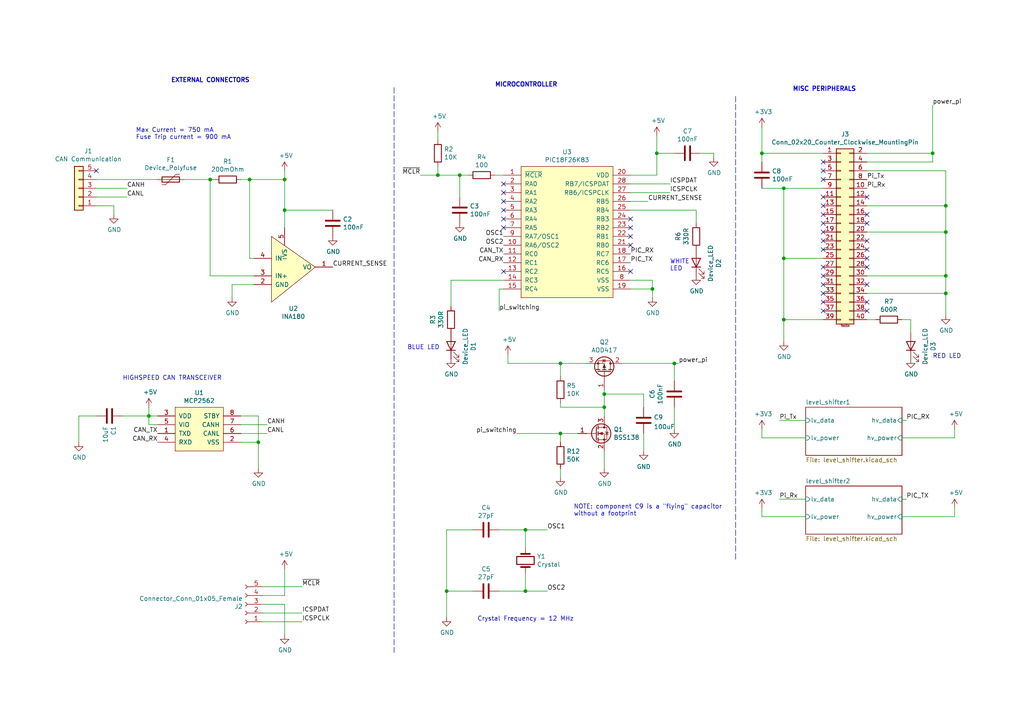
<source format=kicad_sch>
(kicad_sch (version 20211123) (generator eeschema)

  (uuid 155b0b7c-70b4-4a26-a550-bac13cab0aa4)

  (paper "A4")

  (title_block
    (title "RocketPi Electrical Board")
    (date "2020-12-31")
    (rev "v0")
    (company "Waterloo Rocketry")
  )

  (lib_symbols
    (symbol "Connector:Conn_01x05_Female" (pin_names (offset 1.016) hide) (in_bom yes) (on_board yes)
      (property "Reference" "J" (id 0) (at 0 7.62 0)
        (effects (font (size 1.27 1.27)))
      )
      (property "Value" "Conn_01x05_Female" (id 1) (at 0 -7.62 0)
        (effects (font (size 1.27 1.27)))
      )
      (property "Footprint" "" (id 2) (at 0 0 0)
        (effects (font (size 1.27 1.27)) hide)
      )
      (property "Datasheet" "~" (id 3) (at 0 0 0)
        (effects (font (size 1.27 1.27)) hide)
      )
      (property "ki_keywords" "connector" (id 4) (at 0 0 0)
        (effects (font (size 1.27 1.27)) hide)
      )
      (property "ki_description" "Generic connector, single row, 01x05, script generated (kicad-library-utils/schlib/autogen/connector/)" (id 5) (at 0 0 0)
        (effects (font (size 1.27 1.27)) hide)
      )
      (property "ki_fp_filters" "Connector*:*_1x??_*" (id 6) (at 0 0 0)
        (effects (font (size 1.27 1.27)) hide)
      )
      (symbol "Conn_01x05_Female_1_1"
        (arc (start 0 -4.572) (mid -0.508 -5.08) (end 0 -5.588)
          (stroke (width 0.1524) (type default) (color 0 0 0 0))
          (fill (type none))
        )
        (arc (start 0 -2.032) (mid -0.508 -2.54) (end 0 -3.048)
          (stroke (width 0.1524) (type default) (color 0 0 0 0))
          (fill (type none))
        )
        (polyline
          (pts
            (xy -1.27 -5.08)
            (xy -0.508 -5.08)
          )
          (stroke (width 0.1524) (type default) (color 0 0 0 0))
          (fill (type none))
        )
        (polyline
          (pts
            (xy -1.27 -2.54)
            (xy -0.508 -2.54)
          )
          (stroke (width 0.1524) (type default) (color 0 0 0 0))
          (fill (type none))
        )
        (polyline
          (pts
            (xy -1.27 0)
            (xy -0.508 0)
          )
          (stroke (width 0.1524) (type default) (color 0 0 0 0))
          (fill (type none))
        )
        (polyline
          (pts
            (xy -1.27 2.54)
            (xy -0.508 2.54)
          )
          (stroke (width 0.1524) (type default) (color 0 0 0 0))
          (fill (type none))
        )
        (polyline
          (pts
            (xy -1.27 5.08)
            (xy -0.508 5.08)
          )
          (stroke (width 0.1524) (type default) (color 0 0 0 0))
          (fill (type none))
        )
        (arc (start 0 0.508) (mid -0.508 0) (end 0 -0.508)
          (stroke (width 0.1524) (type default) (color 0 0 0 0))
          (fill (type none))
        )
        (arc (start 0 3.048) (mid -0.508 2.54) (end 0 2.032)
          (stroke (width 0.1524) (type default) (color 0 0 0 0))
          (fill (type none))
        )
        (arc (start 0 5.588) (mid -0.508 5.08) (end 0 4.572)
          (stroke (width 0.1524) (type default) (color 0 0 0 0))
          (fill (type none))
        )
        (pin passive line (at -5.08 5.08 0) (length 3.81)
          (name "Pin_1" (effects (font (size 1.27 1.27))))
          (number "1" (effects (font (size 1.27 1.27))))
        )
        (pin passive line (at -5.08 2.54 0) (length 3.81)
          (name "Pin_2" (effects (font (size 1.27 1.27))))
          (number "2" (effects (font (size 1.27 1.27))))
        )
        (pin passive line (at -5.08 0 0) (length 3.81)
          (name "Pin_3" (effects (font (size 1.27 1.27))))
          (number "3" (effects (font (size 1.27 1.27))))
        )
        (pin passive line (at -5.08 -2.54 0) (length 3.81)
          (name "Pin_4" (effects (font (size 1.27 1.27))))
          (number "4" (effects (font (size 1.27 1.27))))
        )
        (pin passive line (at -5.08 -5.08 0) (length 3.81)
          (name "Pin_5" (effects (font (size 1.27 1.27))))
          (number "5" (effects (font (size 1.27 1.27))))
        )
      )
    )
    (symbol "Device:C" (pin_numbers hide) (pin_names (offset 0.254)) (in_bom yes) (on_board yes)
      (property "Reference" "C" (id 0) (at 0.635 2.54 0)
        (effects (font (size 1.27 1.27)) (justify left))
      )
      (property "Value" "C" (id 1) (at 0.635 -2.54 0)
        (effects (font (size 1.27 1.27)) (justify left))
      )
      (property "Footprint" "" (id 2) (at 0.9652 -3.81 0)
        (effects (font (size 1.27 1.27)) hide)
      )
      (property "Datasheet" "~" (id 3) (at 0 0 0)
        (effects (font (size 1.27 1.27)) hide)
      )
      (property "ki_keywords" "cap capacitor" (id 4) (at 0 0 0)
        (effects (font (size 1.27 1.27)) hide)
      )
      (property "ki_description" "Unpolarized capacitor" (id 5) (at 0 0 0)
        (effects (font (size 1.27 1.27)) hide)
      )
      (property "ki_fp_filters" "C_*" (id 6) (at 0 0 0)
        (effects (font (size 1.27 1.27)) hide)
      )
      (symbol "C_0_1"
        (polyline
          (pts
            (xy -2.032 -0.762)
            (xy 2.032 -0.762)
          )
          (stroke (width 0.508) (type default) (color 0 0 0 0))
          (fill (type none))
        )
        (polyline
          (pts
            (xy -2.032 0.762)
            (xy 2.032 0.762)
          )
          (stroke (width 0.508) (type default) (color 0 0 0 0))
          (fill (type none))
        )
      )
      (symbol "C_1_1"
        (pin passive line (at 0 3.81 270) (length 2.794)
          (name "~" (effects (font (size 1.27 1.27))))
          (number "1" (effects (font (size 1.27 1.27))))
        )
        (pin passive line (at 0 -3.81 90) (length 2.794)
          (name "~" (effects (font (size 1.27 1.27))))
          (number "2" (effects (font (size 1.27 1.27))))
        )
      )
    )
    (symbol "Device:Crystal" (pin_numbers hide) (pin_names (offset 1.016) hide) (in_bom yes) (on_board yes)
      (property "Reference" "Y" (id 0) (at 0 3.81 0)
        (effects (font (size 1.27 1.27)))
      )
      (property "Value" "Crystal" (id 1) (at 0 -3.81 0)
        (effects (font (size 1.27 1.27)))
      )
      (property "Footprint" "" (id 2) (at 0 0 0)
        (effects (font (size 1.27 1.27)) hide)
      )
      (property "Datasheet" "~" (id 3) (at 0 0 0)
        (effects (font (size 1.27 1.27)) hide)
      )
      (property "ki_keywords" "quartz ceramic resonator oscillator" (id 4) (at 0 0 0)
        (effects (font (size 1.27 1.27)) hide)
      )
      (property "ki_description" "Two pin crystal" (id 5) (at 0 0 0)
        (effects (font (size 1.27 1.27)) hide)
      )
      (property "ki_fp_filters" "Crystal*" (id 6) (at 0 0 0)
        (effects (font (size 1.27 1.27)) hide)
      )
      (symbol "Crystal_0_1"
        (rectangle (start -1.143 2.54) (end 1.143 -2.54)
          (stroke (width 0.3048) (type default) (color 0 0 0 0))
          (fill (type none))
        )
        (polyline
          (pts
            (xy -2.54 0)
            (xy -1.905 0)
          )
          (stroke (width 0) (type default) (color 0 0 0 0))
          (fill (type none))
        )
        (polyline
          (pts
            (xy -1.905 -1.27)
            (xy -1.905 1.27)
          )
          (stroke (width 0.508) (type default) (color 0 0 0 0))
          (fill (type none))
        )
        (polyline
          (pts
            (xy 1.905 -1.27)
            (xy 1.905 1.27)
          )
          (stroke (width 0.508) (type default) (color 0 0 0 0))
          (fill (type none))
        )
        (polyline
          (pts
            (xy 2.54 0)
            (xy 1.905 0)
          )
          (stroke (width 0) (type default) (color 0 0 0 0))
          (fill (type none))
        )
      )
      (symbol "Crystal_1_1"
        (pin passive line (at -3.81 0 0) (length 1.27)
          (name "1" (effects (font (size 1.27 1.27))))
          (number "1" (effects (font (size 1.27 1.27))))
        )
        (pin passive line (at 3.81 0 180) (length 1.27)
          (name "2" (effects (font (size 1.27 1.27))))
          (number "2" (effects (font (size 1.27 1.27))))
        )
      )
    )
    (symbol "Device:LED" (pin_numbers hide) (pin_names (offset 1.016) hide) (in_bom yes) (on_board yes)
      (property "Reference" "D" (id 0) (at 0 2.54 0)
        (effects (font (size 1.27 1.27)))
      )
      (property "Value" "LED" (id 1) (at 0 -2.54 0)
        (effects (font (size 1.27 1.27)))
      )
      (property "Footprint" "" (id 2) (at 0 0 0)
        (effects (font (size 1.27 1.27)) hide)
      )
      (property "Datasheet" "~" (id 3) (at 0 0 0)
        (effects (font (size 1.27 1.27)) hide)
      )
      (property "ki_keywords" "LED diode" (id 4) (at 0 0 0)
        (effects (font (size 1.27 1.27)) hide)
      )
      (property "ki_description" "Light emitting diode" (id 5) (at 0 0 0)
        (effects (font (size 1.27 1.27)) hide)
      )
      (property "ki_fp_filters" "LED* LED_SMD:* LED_THT:*" (id 6) (at 0 0 0)
        (effects (font (size 1.27 1.27)) hide)
      )
      (symbol "LED_0_1"
        (polyline
          (pts
            (xy -1.27 -1.27)
            (xy -1.27 1.27)
          )
          (stroke (width 0.254) (type default) (color 0 0 0 0))
          (fill (type none))
        )
        (polyline
          (pts
            (xy -1.27 0)
            (xy 1.27 0)
          )
          (stroke (width 0) (type default) (color 0 0 0 0))
          (fill (type none))
        )
        (polyline
          (pts
            (xy 1.27 -1.27)
            (xy 1.27 1.27)
            (xy -1.27 0)
            (xy 1.27 -1.27)
          )
          (stroke (width 0.254) (type default) (color 0 0 0 0))
          (fill (type none))
        )
        (polyline
          (pts
            (xy -3.048 -0.762)
            (xy -4.572 -2.286)
            (xy -3.81 -2.286)
            (xy -4.572 -2.286)
            (xy -4.572 -1.524)
          )
          (stroke (width 0) (type default) (color 0 0 0 0))
          (fill (type none))
        )
        (polyline
          (pts
            (xy -1.778 -0.762)
            (xy -3.302 -2.286)
            (xy -2.54 -2.286)
            (xy -3.302 -2.286)
            (xy -3.302 -1.524)
          )
          (stroke (width 0) (type default) (color 0 0 0 0))
          (fill (type none))
        )
      )
      (symbol "LED_1_1"
        (pin passive line (at -3.81 0 0) (length 2.54)
          (name "K" (effects (font (size 1.27 1.27))))
          (number "1" (effects (font (size 1.27 1.27))))
        )
        (pin passive line (at 3.81 0 180) (length 2.54)
          (name "A" (effects (font (size 1.27 1.27))))
          (number "2" (effects (font (size 1.27 1.27))))
        )
      )
    )
    (symbol "Device:Polyfuse" (pin_numbers hide) (pin_names (offset 0)) (in_bom yes) (on_board yes)
      (property "Reference" "F" (id 0) (at -2.54 0 90)
        (effects (font (size 1.27 1.27)))
      )
      (property "Value" "Polyfuse" (id 1) (at 2.54 0 90)
        (effects (font (size 1.27 1.27)))
      )
      (property "Footprint" "" (id 2) (at 1.27 -5.08 0)
        (effects (font (size 1.27 1.27)) (justify left) hide)
      )
      (property "Datasheet" "~" (id 3) (at 0 0 0)
        (effects (font (size 1.27 1.27)) hide)
      )
      (property "ki_keywords" "resettable fuse PTC PPTC polyfuse polyswitch" (id 4) (at 0 0 0)
        (effects (font (size 1.27 1.27)) hide)
      )
      (property "ki_description" "Resettable fuse, polymeric positive temperature coefficient" (id 5) (at 0 0 0)
        (effects (font (size 1.27 1.27)) hide)
      )
      (property "ki_fp_filters" "*polyfuse* *PTC*" (id 6) (at 0 0 0)
        (effects (font (size 1.27 1.27)) hide)
      )
      (symbol "Polyfuse_0_1"
        (rectangle (start -0.762 2.54) (end 0.762 -2.54)
          (stroke (width 0.254) (type default) (color 0 0 0 0))
          (fill (type none))
        )
        (polyline
          (pts
            (xy 0 2.54)
            (xy 0 -2.54)
          )
          (stroke (width 0) (type default) (color 0 0 0 0))
          (fill (type none))
        )
        (polyline
          (pts
            (xy -1.524 2.54)
            (xy -1.524 1.524)
            (xy 1.524 -1.524)
            (xy 1.524 -2.54)
          )
          (stroke (width 0) (type default) (color 0 0 0 0))
          (fill (type none))
        )
      )
      (symbol "Polyfuse_1_1"
        (pin passive line (at 0 3.81 270) (length 1.27)
          (name "~" (effects (font (size 1.27 1.27))))
          (number "1" (effects (font (size 1.27 1.27))))
        )
        (pin passive line (at 0 -3.81 90) (length 1.27)
          (name "~" (effects (font (size 1.27 1.27))))
          (number "2" (effects (font (size 1.27 1.27))))
        )
      )
    )
    (symbol "Device:Q_PMOS_GDS" (pin_names (offset 0) hide) (in_bom yes) (on_board yes)
      (property "Reference" "Q" (id 0) (at 5.08 1.27 0)
        (effects (font (size 1.27 1.27)) (justify left))
      )
      (property "Value" "Q_PMOS_GDS" (id 1) (at 5.08 -1.27 0)
        (effects (font (size 1.27 1.27)) (justify left))
      )
      (property "Footprint" "" (id 2) (at 5.08 2.54 0)
        (effects (font (size 1.27 1.27)) hide)
      )
      (property "Datasheet" "~" (id 3) (at 0 0 0)
        (effects (font (size 1.27 1.27)) hide)
      )
      (property "ki_keywords" "transistor PMOS P-MOS P-MOSFET" (id 4) (at 0 0 0)
        (effects (font (size 1.27 1.27)) hide)
      )
      (property "ki_description" "P-MOSFET transistor, gate/drain/source" (id 5) (at 0 0 0)
        (effects (font (size 1.27 1.27)) hide)
      )
      (symbol "Q_PMOS_GDS_0_1"
        (polyline
          (pts
            (xy 0.254 0)
            (xy -2.54 0)
          )
          (stroke (width 0) (type default) (color 0 0 0 0))
          (fill (type none))
        )
        (polyline
          (pts
            (xy 0.254 1.905)
            (xy 0.254 -1.905)
          )
          (stroke (width 0.254) (type default) (color 0 0 0 0))
          (fill (type none))
        )
        (polyline
          (pts
            (xy 0.762 -1.27)
            (xy 0.762 -2.286)
          )
          (stroke (width 0.254) (type default) (color 0 0 0 0))
          (fill (type none))
        )
        (polyline
          (pts
            (xy 0.762 0.508)
            (xy 0.762 -0.508)
          )
          (stroke (width 0.254) (type default) (color 0 0 0 0))
          (fill (type none))
        )
        (polyline
          (pts
            (xy 0.762 2.286)
            (xy 0.762 1.27)
          )
          (stroke (width 0.254) (type default) (color 0 0 0 0))
          (fill (type none))
        )
        (polyline
          (pts
            (xy 2.54 2.54)
            (xy 2.54 1.778)
          )
          (stroke (width 0) (type default) (color 0 0 0 0))
          (fill (type none))
        )
        (polyline
          (pts
            (xy 2.54 -2.54)
            (xy 2.54 0)
            (xy 0.762 0)
          )
          (stroke (width 0) (type default) (color 0 0 0 0))
          (fill (type none))
        )
        (polyline
          (pts
            (xy 0.762 1.778)
            (xy 3.302 1.778)
            (xy 3.302 -1.778)
            (xy 0.762 -1.778)
          )
          (stroke (width 0) (type default) (color 0 0 0 0))
          (fill (type none))
        )
        (polyline
          (pts
            (xy 2.286 0)
            (xy 1.27 0.381)
            (xy 1.27 -0.381)
            (xy 2.286 0)
          )
          (stroke (width 0) (type default) (color 0 0 0 0))
          (fill (type outline))
        )
        (polyline
          (pts
            (xy 2.794 -0.508)
            (xy 2.921 -0.381)
            (xy 3.683 -0.381)
            (xy 3.81 -0.254)
          )
          (stroke (width 0) (type default) (color 0 0 0 0))
          (fill (type none))
        )
        (polyline
          (pts
            (xy 3.302 -0.381)
            (xy 2.921 0.254)
            (xy 3.683 0.254)
            (xy 3.302 -0.381)
          )
          (stroke (width 0) (type default) (color 0 0 0 0))
          (fill (type none))
        )
        (circle (center 1.651 0) (radius 2.794)
          (stroke (width 0.254) (type default) (color 0 0 0 0))
          (fill (type none))
        )
        (circle (center 2.54 -1.778) (radius 0.254)
          (stroke (width 0) (type default) (color 0 0 0 0))
          (fill (type outline))
        )
        (circle (center 2.54 1.778) (radius 0.254)
          (stroke (width 0) (type default) (color 0 0 0 0))
          (fill (type outline))
        )
      )
      (symbol "Q_PMOS_GDS_1_1"
        (pin input line (at -5.08 0 0) (length 2.54)
          (name "G" (effects (font (size 1.27 1.27))))
          (number "1" (effects (font (size 1.27 1.27))))
        )
        (pin passive line (at 2.54 5.08 270) (length 2.54)
          (name "D" (effects (font (size 1.27 1.27))))
          (number "2" (effects (font (size 1.27 1.27))))
        )
        (pin passive line (at 2.54 -5.08 90) (length 2.54)
          (name "S" (effects (font (size 1.27 1.27))))
          (number "3" (effects (font (size 1.27 1.27))))
        )
      )
    )
    (symbol "Device:R" (pin_numbers hide) (pin_names (offset 0)) (in_bom yes) (on_board yes)
      (property "Reference" "R" (id 0) (at 2.032 0 90)
        (effects (font (size 1.27 1.27)))
      )
      (property "Value" "R" (id 1) (at 0 0 90)
        (effects (font (size 1.27 1.27)))
      )
      (property "Footprint" "" (id 2) (at -1.778 0 90)
        (effects (font (size 1.27 1.27)) hide)
      )
      (property "Datasheet" "~" (id 3) (at 0 0 0)
        (effects (font (size 1.27 1.27)) hide)
      )
      (property "ki_keywords" "R res resistor" (id 4) (at 0 0 0)
        (effects (font (size 1.27 1.27)) hide)
      )
      (property "ki_description" "Resistor" (id 5) (at 0 0 0)
        (effects (font (size 1.27 1.27)) hide)
      )
      (property "ki_fp_filters" "R_*" (id 6) (at 0 0 0)
        (effects (font (size 1.27 1.27)) hide)
      )
      (symbol "R_0_1"
        (rectangle (start -1.016 -2.54) (end 1.016 2.54)
          (stroke (width 0.254) (type default) (color 0 0 0 0))
          (fill (type none))
        )
      )
      (symbol "R_1_1"
        (pin passive line (at 0 3.81 270) (length 1.27)
          (name "~" (effects (font (size 1.27 1.27))))
          (number "1" (effects (font (size 1.27 1.27))))
        )
        (pin passive line (at 0 -3.81 90) (length 1.27)
          (name "~" (effects (font (size 1.27 1.27))))
          (number "2" (effects (font (size 1.27 1.27))))
        )
      )
    )
    (symbol "Transistor_FET:BSS138" (pin_names hide) (in_bom yes) (on_board yes)
      (property "Reference" "Q" (id 0) (at 5.08 1.905 0)
        (effects (font (size 1.27 1.27)) (justify left))
      )
      (property "Value" "BSS138" (id 1) (at 5.08 0 0)
        (effects (font (size 1.27 1.27)) (justify left))
      )
      (property "Footprint" "Package_TO_SOT_SMD:SOT-23" (id 2) (at 5.08 -1.905 0)
        (effects (font (size 1.27 1.27) italic) (justify left) hide)
      )
      (property "Datasheet" "https://www.onsemi.com/pub/Collateral/BSS138-D.PDF" (id 3) (at 0 0 0)
        (effects (font (size 1.27 1.27)) (justify left) hide)
      )
      (property "ki_keywords" "N-Channel MOSFET" (id 4) (at 0 0 0)
        (effects (font (size 1.27 1.27)) hide)
      )
      (property "ki_description" "50V Vds, 0.22A Id, N-Channel MOSFET, SOT-23" (id 5) (at 0 0 0)
        (effects (font (size 1.27 1.27)) hide)
      )
      (property "ki_fp_filters" "SOT?23*" (id 6) (at 0 0 0)
        (effects (font (size 1.27 1.27)) hide)
      )
      (symbol "BSS138_0_1"
        (polyline
          (pts
            (xy 0.254 0)
            (xy -2.54 0)
          )
          (stroke (width 0) (type default) (color 0 0 0 0))
          (fill (type none))
        )
        (polyline
          (pts
            (xy 0.254 1.905)
            (xy 0.254 -1.905)
          )
          (stroke (width 0.254) (type default) (color 0 0 0 0))
          (fill (type none))
        )
        (polyline
          (pts
            (xy 0.762 -1.27)
            (xy 0.762 -2.286)
          )
          (stroke (width 0.254) (type default) (color 0 0 0 0))
          (fill (type none))
        )
        (polyline
          (pts
            (xy 0.762 0.508)
            (xy 0.762 -0.508)
          )
          (stroke (width 0.254) (type default) (color 0 0 0 0))
          (fill (type none))
        )
        (polyline
          (pts
            (xy 0.762 2.286)
            (xy 0.762 1.27)
          )
          (stroke (width 0.254) (type default) (color 0 0 0 0))
          (fill (type none))
        )
        (polyline
          (pts
            (xy 2.54 2.54)
            (xy 2.54 1.778)
          )
          (stroke (width 0) (type default) (color 0 0 0 0))
          (fill (type none))
        )
        (polyline
          (pts
            (xy 2.54 -2.54)
            (xy 2.54 0)
            (xy 0.762 0)
          )
          (stroke (width 0) (type default) (color 0 0 0 0))
          (fill (type none))
        )
        (polyline
          (pts
            (xy 0.762 -1.778)
            (xy 3.302 -1.778)
            (xy 3.302 1.778)
            (xy 0.762 1.778)
          )
          (stroke (width 0) (type default) (color 0 0 0 0))
          (fill (type none))
        )
        (polyline
          (pts
            (xy 1.016 0)
            (xy 2.032 0.381)
            (xy 2.032 -0.381)
            (xy 1.016 0)
          )
          (stroke (width 0) (type default) (color 0 0 0 0))
          (fill (type outline))
        )
        (polyline
          (pts
            (xy 2.794 0.508)
            (xy 2.921 0.381)
            (xy 3.683 0.381)
            (xy 3.81 0.254)
          )
          (stroke (width 0) (type default) (color 0 0 0 0))
          (fill (type none))
        )
        (polyline
          (pts
            (xy 3.302 0.381)
            (xy 2.921 -0.254)
            (xy 3.683 -0.254)
            (xy 3.302 0.381)
          )
          (stroke (width 0) (type default) (color 0 0 0 0))
          (fill (type none))
        )
        (circle (center 1.651 0) (radius 2.794)
          (stroke (width 0.254) (type default) (color 0 0 0 0))
          (fill (type none))
        )
        (circle (center 2.54 -1.778) (radius 0.254)
          (stroke (width 0) (type default) (color 0 0 0 0))
          (fill (type outline))
        )
        (circle (center 2.54 1.778) (radius 0.254)
          (stroke (width 0) (type default) (color 0 0 0 0))
          (fill (type outline))
        )
      )
      (symbol "BSS138_1_1"
        (pin input line (at -5.08 0 0) (length 2.54)
          (name "G" (effects (font (size 1.27 1.27))))
          (number "1" (effects (font (size 1.27 1.27))))
        )
        (pin passive line (at 2.54 -5.08 90) (length 2.54)
          (name "S" (effects (font (size 1.27 1.27))))
          (number "2" (effects (font (size 1.27 1.27))))
        )
        (pin passive line (at 2.54 5.08 270) (length 2.54)
          (name "D" (effects (font (size 1.27 1.27))))
          (number "3" (effects (font (size 1.27 1.27))))
        )
      )
    )
    (symbol "picam-custom:INA180" (pin_names (offset 1.016)) (in_bom yes) (on_board yes)
      (property "Reference" "U" (id 0) (at -5.08 13.97 0)
        (effects (font (size 1.27 1.27)))
      )
      (property "Value" "INA180" (id 1) (at -11.43 15.24 0)
        (effects (font (size 1.27 1.27)))
      )
      (property "Footprint" "" (id 2) (at 0 0 0)
        (effects (font (size 1.27 1.27)) hide)
      )
      (property "Datasheet" "" (id 3) (at 0 0 0)
        (effects (font (size 1.27 1.27)) hide)
      )
      (symbol "INA180_0_1"
        (polyline
          (pts
            (xy 5.08 0)
            (xy -7.62 8.89)
          )
          (stroke (width 0) (type default) (color 0 0 0 0))
          (fill (type none))
        )
        (polyline
          (pts
            (xy -7.62 8.89)
            (xy -7.62 -10.16)
            (xy 5.08 0)
          )
          (stroke (width 0) (type default) (color 0 0 0 0))
          (fill (type background))
        )
      )
      (symbol "INA180_1_1"
        (pin output line (at 10.16 0 180) (length 5.08)
          (name "VO" (effects (font (size 1.27 1.27))))
          (number "1" (effects (font (size 1.27 1.27))))
        )
        (pin power_in line (at -12.7 -5.08 0) (length 5.08)
          (name "GND" (effects (font (size 1.27 1.27))))
          (number "2" (effects (font (size 1.27 1.27))))
        )
        (pin input line (at -12.7 -2.54 0) (length 5.08)
          (name "IN+" (effects (font (size 1.27 1.27))))
          (number "3" (effects (font (size 1.27 1.27))))
        )
        (pin input line (at -12.7 2.54 0) (length 5.08)
          (name "IN-" (effects (font (size 1.27 1.27))))
          (number "4" (effects (font (size 1.27 1.27))))
        )
        (pin power_in line (at -3.81 11.43 270) (length 5.08)
          (name "VS" (effects (font (size 1.27 1.27))))
          (number "5" (effects (font (size 1.27 1.27))))
        )
      )
    )
    (symbol "picam-custom:MCP2562" (pin_names (offset 1.016)) (in_bom yes) (on_board yes)
      (property "Reference" "U" (id 0) (at 5.08 3.81 0)
        (effects (font (size 1.27 1.27)))
      )
      (property "Value" "MCP2562" (id 1) (at -3.81 3.81 0)
        (effects (font (size 1.27 1.27)))
      )
      (property "Footprint" "" (id 2) (at 0 0 0)
        (effects (font (size 1.27 1.27)) hide)
      )
      (property "Datasheet" "" (id 3) (at 0 0 0)
        (effects (font (size 1.27 1.27)) hide)
      )
      (symbol "MCP2562_0_1"
        (rectangle (start -7.62 2.54) (end 6.35 -10.16)
          (stroke (width 0) (type default) (color 0 0 0 0))
          (fill (type background))
        )
      )
      (symbol "MCP2562_1_1"
        (pin bidirectional line (at -12.7 -5.08 0) (length 5.08)
          (name "TXD" (effects (font (size 1.27 1.27))))
          (number "1" (effects (font (size 1.27 1.27))))
        )
        (pin power_in line (at 11.43 -7.62 180) (length 5.08)
          (name "VSS" (effects (font (size 1.27 1.27))))
          (number "2" (effects (font (size 1.27 1.27))))
        )
        (pin power_in line (at -12.7 0 0) (length 5.08)
          (name "VDD" (effects (font (size 1.27 1.27))))
          (number "3" (effects (font (size 1.27 1.27))))
        )
        (pin bidirectional line (at -12.7 -7.62 0) (length 5.08)
          (name "RXD" (effects (font (size 1.27 1.27))))
          (number "4" (effects (font (size 1.27 1.27))))
        )
        (pin bidirectional line (at -12.7 -2.54 0) (length 5.08)
          (name "VIO" (effects (font (size 1.27 1.27))))
          (number "5" (effects (font (size 1.27 1.27))))
        )
        (pin bidirectional line (at 11.43 -5.08 180) (length 5.08)
          (name "CANL" (effects (font (size 1.27 1.27))))
          (number "6" (effects (font (size 1.27 1.27))))
        )
        (pin bidirectional line (at 11.43 -2.54 180) (length 5.08)
          (name "CANH" (effects (font (size 1.27 1.27))))
          (number "7" (effects (font (size 1.27 1.27))))
        )
        (pin bidirectional line (at 11.43 0 180) (length 5.08)
          (name "STBY" (effects (font (size 1.27 1.27))))
          (number "8" (effects (font (size 1.27 1.27))))
        )
      )
    )
    (symbol "picam-custom:PIC18LF26K83" (pin_names (offset 1.016)) (in_bom yes) (on_board yes)
      (property "Reference" "U" (id 0) (at 0 22.86 0)
        (effects (font (size 1.27 1.27)))
      )
      (property "Value" "PIC18LF26K83" (id 1) (at 0 20.32 0)
        (effects (font (size 1.27 1.27)))
      )
      (property "Footprint" "" (id 2) (at 0 22.86 0)
        (effects (font (size 1.27 1.27)) hide)
      )
      (property "Datasheet" "" (id 3) (at 0 22.86 0)
        (effects (font (size 1.27 1.27)) hide)
      )
      (symbol "PIC18LF26K83_1_1"
        (rectangle (start -13.97 17.78) (end 12.7 -20.32)
          (stroke (width 0) (type default) (color 0 0 0 0))
          (fill (type background))
        )
        (pin input line (at -19.05 15.24 0) (length 5.08)
          (name "~{MCLR}" (effects (font (size 1.27 1.27))))
          (number "1" (effects (font (size 1.27 1.27))))
        )
        (pin bidirectional line (at -19.05 -5.08 0) (length 5.08)
          (name "RA6/OSC2" (effects (font (size 1.27 1.27))))
          (number "10" (effects (font (size 1.27 1.27))))
        )
        (pin bidirectional line (at -19.05 -7.62 0) (length 5.08)
          (name "RC0" (effects (font (size 1.27 1.27))))
          (number "11" (effects (font (size 1.27 1.27))))
        )
        (pin bidirectional line (at -19.05 -10.16 0) (length 5.08)
          (name "RC1" (effects (font (size 1.27 1.27))))
          (number "12" (effects (font (size 1.27 1.27))))
        )
        (pin bidirectional line (at -19.05 -12.7 0) (length 5.08)
          (name "RC2" (effects (font (size 1.27 1.27))))
          (number "13" (effects (font (size 1.27 1.27))))
        )
        (pin bidirectional line (at -19.05 -15.24 0) (length 5.08)
          (name "RC3" (effects (font (size 1.27 1.27))))
          (number "14" (effects (font (size 1.27 1.27))))
        )
        (pin bidirectional line (at -19.05 -17.78 0) (length 5.08)
          (name "RC4" (effects (font (size 1.27 1.27))))
          (number "15" (effects (font (size 1.27 1.27))))
        )
        (pin bidirectional line (at 17.78 -12.7 180) (length 5.08)
          (name "RC5" (effects (font (size 1.27 1.27))))
          (number "16" (effects (font (size 1.27 1.27))))
        )
        (pin bidirectional line (at 17.78 -10.16 180) (length 5.08)
          (name "RC6" (effects (font (size 1.27 1.27))))
          (number "17" (effects (font (size 1.27 1.27))))
        )
        (pin bidirectional line (at 17.78 -7.62 180) (length 5.08)
          (name "RC7" (effects (font (size 1.27 1.27))))
          (number "18" (effects (font (size 1.27 1.27))))
        )
        (pin power_in line (at 17.78 -17.78 180) (length 5.08)
          (name "VSS" (effects (font (size 1.27 1.27))))
          (number "19" (effects (font (size 1.27 1.27))))
        )
        (pin bidirectional line (at -19.05 12.7 0) (length 5.08)
          (name "RA0" (effects (font (size 1.27 1.27))))
          (number "2" (effects (font (size 1.27 1.27))))
        )
        (pin power_in line (at 17.78 15.24 180) (length 5.08)
          (name "VDD" (effects (font (size 1.27 1.27))))
          (number "20" (effects (font (size 1.27 1.27))))
        )
        (pin bidirectional line (at 17.78 -5.08 180) (length 5.08)
          (name "RB0" (effects (font (size 1.27 1.27))))
          (number "21" (effects (font (size 1.27 1.27))))
        )
        (pin bidirectional line (at 17.78 -2.54 180) (length 5.08)
          (name "RB1" (effects (font (size 1.27 1.27))))
          (number "22" (effects (font (size 1.27 1.27))))
        )
        (pin bidirectional line (at 17.78 0 180) (length 5.08)
          (name "RB2" (effects (font (size 1.27 1.27))))
          (number "23" (effects (font (size 1.27 1.27))))
        )
        (pin bidirectional line (at 17.78 2.54 180) (length 5.08)
          (name "RB3" (effects (font (size 1.27 1.27))))
          (number "24" (effects (font (size 1.27 1.27))))
        )
        (pin bidirectional line (at 17.78 5.08 180) (length 5.08)
          (name "RB4" (effects (font (size 1.27 1.27))))
          (number "25" (effects (font (size 1.27 1.27))))
        )
        (pin bidirectional line (at 17.78 7.62 180) (length 5.08)
          (name "RB5" (effects (font (size 1.27 1.27))))
          (number "26" (effects (font (size 1.27 1.27))))
        )
        (pin bidirectional line (at 17.78 10.16 180) (length 5.08)
          (name "RB6/ICSPCLK" (effects (font (size 1.27 1.27))))
          (number "27" (effects (font (size 1.27 1.27))))
        )
        (pin bidirectional line (at 17.78 12.7 180) (length 5.08)
          (name "RB7/ICSPDAT" (effects (font (size 1.27 1.27))))
          (number "28" (effects (font (size 1.27 1.27))))
        )
        (pin bidirectional line (at -19.05 10.16 0) (length 5.08)
          (name "RA1" (effects (font (size 1.27 1.27))))
          (number "3" (effects (font (size 1.27 1.27))))
        )
        (pin bidirectional line (at -19.05 7.62 0) (length 5.08)
          (name "RA2" (effects (font (size 1.27 1.27))))
          (number "4" (effects (font (size 1.27 1.27))))
        )
        (pin bidirectional line (at -19.05 5.08 0) (length 5.08)
          (name "RA3" (effects (font (size 1.27 1.27))))
          (number "5" (effects (font (size 1.27 1.27))))
        )
        (pin bidirectional line (at -19.05 2.54 0) (length 5.08)
          (name "RA4" (effects (font (size 1.27 1.27))))
          (number "6" (effects (font (size 1.27 1.27))))
        )
        (pin bidirectional line (at -19.05 0 0) (length 5.08)
          (name "RA5" (effects (font (size 1.27 1.27))))
          (number "7" (effects (font (size 1.27 1.27))))
        )
        (pin power_in line (at 17.78 -15.24 180) (length 5.08)
          (name "VSS" (effects (font (size 1.27 1.27))))
          (number "8" (effects (font (size 1.27 1.27))))
        )
        (pin bidirectional line (at -19.05 -2.54 0) (length 5.08)
          (name "RA7/OSC1" (effects (font (size 1.27 1.27))))
          (number "9" (effects (font (size 1.27 1.27))))
        )
      )
    )
    (symbol "picam-custom:can_connector" (pin_names (offset 1.016) hide) (in_bom yes) (on_board yes)
      (property "Reference" "J" (id 0) (at 0 7.62 0)
        (effects (font (size 1.27 1.27)))
      )
      (property "Value" "can_connector" (id 1) (at 0 -7.62 0)
        (effects (font (size 1.27 1.27)))
      )
      (property "Footprint" "" (id 2) (at 0 0 0)
        (effects (font (size 1.27 1.27)) hide)
      )
      (property "Datasheet" "~" (id 3) (at 0 0 0)
        (effects (font (size 1.27 1.27)) hide)
      )
      (property "ki_keywords" "connector" (id 4) (at 0 0 0)
        (effects (font (size 1.27 1.27)) hide)
      )
      (property "ki_description" "Generic connector, single row, 01x05, script generated (kicad-library-utils/schlib/autogen/connector/)" (id 5) (at 0 0 0)
        (effects (font (size 1.27 1.27)) hide)
      )
      (property "ki_fp_filters" "Connector*:*_1x??_*" (id 6) (at 0 0 0)
        (effects (font (size 1.27 1.27)) hide)
      )
      (symbol "can_connector_1_1"
        (rectangle (start -1.27 -4.953) (end 0 -5.207)
          (stroke (width 0.1524) (type default) (color 0 0 0 0))
          (fill (type none))
        )
        (rectangle (start -1.27 -2.413) (end 0 -2.667)
          (stroke (width 0.1524) (type default) (color 0 0 0 0))
          (fill (type none))
        )
        (rectangle (start -1.27 0.127) (end 0 -0.127)
          (stroke (width 0.1524) (type default) (color 0 0 0 0))
          (fill (type none))
        )
        (rectangle (start -1.27 2.667) (end 0 2.413)
          (stroke (width 0.1524) (type default) (color 0 0 0 0))
          (fill (type none))
        )
        (rectangle (start -1.27 5.207) (end 0 4.953)
          (stroke (width 0.1524) (type default) (color 0 0 0 0))
          (fill (type none))
        )
        (rectangle (start -1.27 6.35) (end 1.27 -6.35)
          (stroke (width 0.254) (type default) (color 0 0 0 0))
          (fill (type background))
        )
        (pin power_in line (at -5.08 5.08 0) (length 3.81)
          (name "Pin_1" (effects (font (size 1.27 1.27))))
          (number "1" (effects (font (size 1.27 1.27))))
        )
        (pin bidirectional line (at -5.08 2.54 0) (length 3.81)
          (name "Pin_2" (effects (font (size 1.27 1.27))))
          (number "2" (effects (font (size 1.27 1.27))))
        )
        (pin bidirectional line (at -5.08 0 0) (length 3.81)
          (name "Pin_3" (effects (font (size 1.27 1.27))))
          (number "3" (effects (font (size 1.27 1.27))))
        )
        (pin power_out line (at -5.08 -2.54 0) (length 3.81)
          (name "Pin_4" (effects (font (size 1.27 1.27))))
          (number "4" (effects (font (size 1.27 1.27))))
        )
        (pin passive line (at -5.08 -5.08 0) (length 3.81)
          (name "Pin_5" (effects (font (size 1.27 1.27))))
          (number "5" (effects (font (size 1.27 1.27))))
        )
      )
    )
    (symbol "picam-custom:pi_mounting_header" (pin_names (offset 1.016) hide) (in_bom yes) (on_board yes)
      (property "Reference" "J" (id 0) (at 1.27 25.4 0)
        (effects (font (size 1.27 1.27)))
      )
      (property "Value" "pi_mounting_header" (id 1) (at 2.54 -27.94 0)
        (effects (font (size 1.27 1.27)) (justify left))
      )
      (property "Footprint" "" (id 2) (at 0 0 0)
        (effects (font (size 1.27 1.27)) hide)
      )
      (property "Datasheet" "~" (id 3) (at 0 0 0)
        (effects (font (size 1.27 1.27)) hide)
      )
      (property "ki_keywords" "connector" (id 4) (at 0 0 0)
        (effects (font (size 1.27 1.27)) hide)
      )
      (property "ki_description" "Generic connectable mounting pin connector, double row, 02x20, odd/even pin numbering scheme (row 1 odd numbers, row 2 even numbers), script generated (kicad-library-utils/schlib/autogen/connector/)" (id 5) (at 0 0 0)
        (effects (font (size 1.27 1.27)) hide)
      )
      (property "ki_fp_filters" "Connector*:*_2x??-1MP*" (id 6) (at 0 0 0)
        (effects (font (size 1.27 1.27)) hide)
      )
      (symbol "pi_mounting_header_1_1"
        (rectangle (start -1.27 -25.273) (end 0 -25.527)
          (stroke (width 0.1524) (type default) (color 0 0 0 0))
          (fill (type none))
        )
        (rectangle (start -1.27 -22.733) (end 0 -22.987)
          (stroke (width 0.1524) (type default) (color 0 0 0 0))
          (fill (type none))
        )
        (rectangle (start -1.27 -20.193) (end 0 -20.447)
          (stroke (width 0.1524) (type default) (color 0 0 0 0))
          (fill (type none))
        )
        (rectangle (start -1.27 -17.653) (end 0 -17.907)
          (stroke (width 0.1524) (type default) (color 0 0 0 0))
          (fill (type none))
        )
        (rectangle (start -1.27 -15.113) (end 0 -15.367)
          (stroke (width 0.1524) (type default) (color 0 0 0 0))
          (fill (type none))
        )
        (rectangle (start -1.27 -12.573) (end 0 -12.827)
          (stroke (width 0.1524) (type default) (color 0 0 0 0))
          (fill (type none))
        )
        (rectangle (start -1.27 -10.033) (end 0 -10.287)
          (stroke (width 0.1524) (type default) (color 0 0 0 0))
          (fill (type none))
        )
        (rectangle (start -1.27 -7.493) (end 0 -7.747)
          (stroke (width 0.1524) (type default) (color 0 0 0 0))
          (fill (type none))
        )
        (rectangle (start -1.27 -4.953) (end 0 -5.207)
          (stroke (width 0.1524) (type default) (color 0 0 0 0))
          (fill (type none))
        )
        (rectangle (start -1.27 -2.413) (end 0 -2.667)
          (stroke (width 0.1524) (type default) (color 0 0 0 0))
          (fill (type none))
        )
        (rectangle (start -1.27 0.127) (end 0 -0.127)
          (stroke (width 0.1524) (type default) (color 0 0 0 0))
          (fill (type none))
        )
        (rectangle (start -1.27 2.667) (end 0 2.413)
          (stroke (width 0.1524) (type default) (color 0 0 0 0))
          (fill (type none))
        )
        (rectangle (start -1.27 5.207) (end 0 4.953)
          (stroke (width 0.1524) (type default) (color 0 0 0 0))
          (fill (type none))
        )
        (rectangle (start -1.27 7.747) (end 0 7.493)
          (stroke (width 0.1524) (type default) (color 0 0 0 0))
          (fill (type none))
        )
        (rectangle (start -1.27 10.287) (end 0 10.033)
          (stroke (width 0.1524) (type default) (color 0 0 0 0))
          (fill (type none))
        )
        (rectangle (start -1.27 12.827) (end 0 12.573)
          (stroke (width 0.1524) (type default) (color 0 0 0 0))
          (fill (type none))
        )
        (rectangle (start -1.27 15.367) (end 0 15.113)
          (stroke (width 0.1524) (type default) (color 0 0 0 0))
          (fill (type none))
        )
        (rectangle (start -1.27 17.907) (end 0 17.653)
          (stroke (width 0.1524) (type default) (color 0 0 0 0))
          (fill (type none))
        )
        (rectangle (start -1.27 20.447) (end 0 20.193)
          (stroke (width 0.1524) (type default) (color 0 0 0 0))
          (fill (type none))
        )
        (rectangle (start -1.27 22.987) (end 0 22.733)
          (stroke (width 0.1524) (type default) (color 0 0 0 0))
          (fill (type none))
        )
        (rectangle (start -1.27 24.13) (end 3.81 -26.67)
          (stroke (width 0.254) (type default) (color 0 0 0 0))
          (fill (type background))
        )
        (polyline
          (pts
            (xy 0.254 -27.432)
            (xy 2.286 -27.432)
          )
          (stroke (width 0.1524) (type default) (color 0 0 0 0))
          (fill (type none))
        )
        (rectangle (start 3.81 -25.273) (end 2.54 -25.527)
          (stroke (width 0.1524) (type default) (color 0 0 0 0))
          (fill (type none))
        )
        (rectangle (start 3.81 -22.733) (end 2.54 -22.987)
          (stroke (width 0.1524) (type default) (color 0 0 0 0))
          (fill (type none))
        )
        (rectangle (start 3.81 -20.193) (end 2.54 -20.447)
          (stroke (width 0.1524) (type default) (color 0 0 0 0))
          (fill (type none))
        )
        (rectangle (start 3.81 -17.653) (end 2.54 -17.907)
          (stroke (width 0.1524) (type default) (color 0 0 0 0))
          (fill (type none))
        )
        (rectangle (start 3.81 -15.113) (end 2.54 -15.367)
          (stroke (width 0.1524) (type default) (color 0 0 0 0))
          (fill (type none))
        )
        (rectangle (start 3.81 -12.573) (end 2.54 -12.827)
          (stroke (width 0.1524) (type default) (color 0 0 0 0))
          (fill (type none))
        )
        (rectangle (start 3.81 -10.033) (end 2.54 -10.287)
          (stroke (width 0.1524) (type default) (color 0 0 0 0))
          (fill (type none))
        )
        (rectangle (start 3.81 -7.493) (end 2.54 -7.747)
          (stroke (width 0.1524) (type default) (color 0 0 0 0))
          (fill (type none))
        )
        (rectangle (start 3.81 -4.953) (end 2.54 -5.207)
          (stroke (width 0.1524) (type default) (color 0 0 0 0))
          (fill (type none))
        )
        (rectangle (start 3.81 -2.413) (end 2.54 -2.667)
          (stroke (width 0.1524) (type default) (color 0 0 0 0))
          (fill (type none))
        )
        (rectangle (start 3.81 0.127) (end 2.54 -0.127)
          (stroke (width 0.1524) (type default) (color 0 0 0 0))
          (fill (type none))
        )
        (rectangle (start 3.81 2.667) (end 2.54 2.413)
          (stroke (width 0.1524) (type default) (color 0 0 0 0))
          (fill (type none))
        )
        (rectangle (start 3.81 5.207) (end 2.54 4.953)
          (stroke (width 0.1524) (type default) (color 0 0 0 0))
          (fill (type none))
        )
        (rectangle (start 3.81 7.747) (end 2.54 7.493)
          (stroke (width 0.1524) (type default) (color 0 0 0 0))
          (fill (type none))
        )
        (rectangle (start 3.81 10.287) (end 2.54 10.033)
          (stroke (width 0.1524) (type default) (color 0 0 0 0))
          (fill (type none))
        )
        (rectangle (start 3.81 12.827) (end 2.54 12.573)
          (stroke (width 0.1524) (type default) (color 0 0 0 0))
          (fill (type none))
        )
        (rectangle (start 3.81 15.367) (end 2.54 15.113)
          (stroke (width 0.1524) (type default) (color 0 0 0 0))
          (fill (type none))
        )
        (rectangle (start 3.81 17.907) (end 2.54 17.653)
          (stroke (width 0.1524) (type default) (color 0 0 0 0))
          (fill (type none))
        )
        (rectangle (start 3.81 20.447) (end 2.54 20.193)
          (stroke (width 0.1524) (type default) (color 0 0 0 0))
          (fill (type none))
        )
        (rectangle (start 3.81 22.987) (end 2.54 22.733)
          (stroke (width 0.1524) (type default) (color 0 0 0 0))
          (fill (type none))
        )
        (text "Mounting" (at 1.27 -27.051 0)
          (effects (font (size 0.381 0.381)))
        )
        (pin power_out line (at -5.08 22.86 0) (length 3.81)
          (name "Pin_1" (effects (font (size 1.27 1.27))))
          (number "1" (effects (font (size 1.27 1.27))))
        )
        (pin input line (at 7.62 12.7 180) (length 3.81)
          (name "Pin_10" (effects (font (size 1.27 1.27))))
          (number "10" (effects (font (size 1.27 1.27))))
        )
        (pin passive line (at -5.08 10.16 0) (length 3.81)
          (name "Pin_11" (effects (font (size 1.27 1.27))))
          (number "11" (effects (font (size 1.27 1.27))))
        )
        (pin passive line (at 7.62 10.16 180) (length 3.81)
          (name "Pin_12" (effects (font (size 1.27 1.27))))
          (number "12" (effects (font (size 1.27 1.27))))
        )
        (pin passive line (at -5.08 7.62 0) (length 3.81)
          (name "Pin_13" (effects (font (size 1.27 1.27))))
          (number "13" (effects (font (size 1.27 1.27))))
        )
        (pin power_in line (at 7.62 7.62 180) (length 3.81)
          (name "Pin_14" (effects (font (size 1.27 1.27))))
          (number "14" (effects (font (size 1.27 1.27))))
        )
        (pin passive line (at -5.08 5.08 0) (length 3.81)
          (name "Pin_15" (effects (font (size 1.27 1.27))))
          (number "15" (effects (font (size 1.27 1.27))))
        )
        (pin passive line (at 7.62 5.08 180) (length 3.81)
          (name "Pin_16" (effects (font (size 1.27 1.27))))
          (number "16" (effects (font (size 1.27 1.27))))
        )
        (pin power_out line (at -5.08 2.54 0) (length 3.81)
          (name "Pin_17" (effects (font (size 1.27 1.27))))
          (number "17" (effects (font (size 1.27 1.27))))
        )
        (pin passive line (at 7.62 2.54 180) (length 3.81)
          (name "Pin_18" (effects (font (size 1.27 1.27))))
          (number "18" (effects (font (size 1.27 1.27))))
        )
        (pin passive line (at -5.08 0 0) (length 3.81)
          (name "Pin_19" (effects (font (size 1.27 1.27))))
          (number "19" (effects (font (size 1.27 1.27))))
        )
        (pin power_in line (at 7.62 22.86 180) (length 3.81)
          (name "Pin_2" (effects (font (size 1.27 1.27))))
          (number "2" (effects (font (size 1.27 1.27))))
        )
        (pin power_in line (at 7.62 0 180) (length 3.81)
          (name "Pin_20" (effects (font (size 1.27 1.27))))
          (number "20" (effects (font (size 1.27 1.27))))
        )
        (pin passive line (at -5.08 -2.54 0) (length 3.81)
          (name "Pin_21" (effects (font (size 1.27 1.27))))
          (number "21" (effects (font (size 1.27 1.27))))
        )
        (pin passive line (at 7.62 -2.54 180) (length 3.81)
          (name "Pin_22" (effects (font (size 1.27 1.27))))
          (number "22" (effects (font (size 1.27 1.27))))
        )
        (pin passive line (at -5.08 -5.08 0) (length 3.81)
          (name "Pin_23" (effects (font (size 1.27 1.27))))
          (number "23" (effects (font (size 1.27 1.27))))
        )
        (pin passive line (at 7.62 -5.08 180) (length 3.81)
          (name "Pin_24" (effects (font (size 1.27 1.27))))
          (number "24" (effects (font (size 1.27 1.27))))
        )
        (pin power_in line (at -5.08 -7.62 0) (length 3.81)
          (name "Pin_25" (effects (font (size 1.27 1.27))))
          (number "25" (effects (font (size 1.27 1.27))))
        )
        (pin passive line (at 7.62 -7.62 180) (length 3.81)
          (name "Pin_26" (effects (font (size 1.27 1.27))))
          (number "26" (effects (font (size 1.27 1.27))))
        )
        (pin passive line (at -5.08 -10.16 0) (length 3.81)
          (name "Pin_27" (effects (font (size 1.27 1.27))))
          (number "27" (effects (font (size 1.27 1.27))))
        )
        (pin passive line (at 7.62 -10.16 180) (length 3.81)
          (name "Pin_28" (effects (font (size 1.27 1.27))))
          (number "28" (effects (font (size 1.27 1.27))))
        )
        (pin passive line (at -5.08 -12.7 0) (length 3.81)
          (name "Pin_29" (effects (font (size 1.27 1.27))))
          (number "29" (effects (font (size 1.27 1.27))))
        )
        (pin passive line (at -5.08 20.32 0) (length 3.81)
          (name "Pin_3" (effects (font (size 1.27 1.27))))
          (number "3" (effects (font (size 1.27 1.27))))
        )
        (pin power_in line (at 7.62 -12.7 180) (length 3.81)
          (name "Pin_30" (effects (font (size 1.27 1.27))))
          (number "30" (effects (font (size 1.27 1.27))))
        )
        (pin passive line (at -5.08 -15.24 0) (length 3.81)
          (name "Pin_31" (effects (font (size 1.27 1.27))))
          (number "31" (effects (font (size 1.27 1.27))))
        )
        (pin passive line (at 7.62 -15.24 180) (length 3.81)
          (name "Pin_32" (effects (font (size 1.27 1.27))))
          (number "32" (effects (font (size 1.27 1.27))))
        )
        (pin passive line (at -5.08 -17.78 0) (length 3.81)
          (name "Pin_33" (effects (font (size 1.27 1.27))))
          (number "33" (effects (font (size 1.27 1.27))))
        )
        (pin power_in line (at 7.62 -17.78 180) (length 3.81)
          (name "Pin_34" (effects (font (size 1.27 1.27))))
          (number "34" (effects (font (size 1.27 1.27))))
        )
        (pin passive line (at -5.08 -20.32 0) (length 3.81)
          (name "Pin_35" (effects (font (size 1.27 1.27))))
          (number "35" (effects (font (size 1.27 1.27))))
        )
        (pin passive line (at 7.62 -20.32 180) (length 3.81)
          (name "Pin_36" (effects (font (size 1.27 1.27))))
          (number "36" (effects (font (size 1.27 1.27))))
        )
        (pin passive line (at -5.08 -22.86 0) (length 3.81)
          (name "Pin_37" (effects (font (size 1.27 1.27))))
          (number "37" (effects (font (size 1.27 1.27))))
        )
        (pin passive line (at 7.62 -22.86 180) (length 3.81)
          (name "Pin_38" (effects (font (size 1.27 1.27))))
          (number "38" (effects (font (size 1.27 1.27))))
        )
        (pin power_in line (at -5.08 -25.4 0) (length 3.81)
          (name "Pin_39" (effects (font (size 1.27 1.27))))
          (number "39" (effects (font (size 1.27 1.27))))
        )
        (pin power_in line (at 7.62 20.32 180) (length 3.81)
          (name "Pin_4" (effects (font (size 1.27 1.27))))
          (number "4" (effects (font (size 1.27 1.27))))
        )
        (pin passive line (at 7.62 -25.4 180) (length 3.81)
          (name "Pin_40" (effects (font (size 1.27 1.27))))
          (number "40" (effects (font (size 1.27 1.27))))
        )
        (pin passive line (at -5.08 17.78 0) (length 3.81)
          (name "Pin_5" (effects (font (size 1.27 1.27))))
          (number "5" (effects (font (size 1.27 1.27))))
        )
        (pin power_in line (at 7.62 17.78 180) (length 3.81)
          (name "Pin_6" (effects (font (size 1.27 1.27))))
          (number "6" (effects (font (size 1.27 1.27))))
        )
        (pin passive line (at -5.08 15.24 0) (length 3.81)
          (name "Pin_7" (effects (font (size 1.27 1.27))))
          (number "7" (effects (font (size 1.27 1.27))))
        )
        (pin output line (at 7.62 15.24 180) (length 3.81)
          (name "Pin_8" (effects (font (size 1.27 1.27))))
          (number "8" (effects (font (size 1.27 1.27))))
        )
        (pin power_out line (at -5.08 12.7 0) (length 3.81)
          (name "Pin_9" (effects (font (size 1.27 1.27))))
          (number "9" (effects (font (size 1.27 1.27))))
        )
      )
    )
    (symbol "power:+3V3" (power) (pin_names (offset 0)) (in_bom yes) (on_board yes)
      (property "Reference" "#PWR" (id 0) (at 0 -3.81 0)
        (effects (font (size 1.27 1.27)) hide)
      )
      (property "Value" "+3V3" (id 1) (at 0 3.556 0)
        (effects (font (size 1.27 1.27)))
      )
      (property "Footprint" "" (id 2) (at 0 0 0)
        (effects (font (size 1.27 1.27)) hide)
      )
      (property "Datasheet" "" (id 3) (at 0 0 0)
        (effects (font (size 1.27 1.27)) hide)
      )
      (property "ki_keywords" "power-flag" (id 4) (at 0 0 0)
        (effects (font (size 1.27 1.27)) hide)
      )
      (property "ki_description" "Power symbol creates a global label with name \"+3V3\"" (id 5) (at 0 0 0)
        (effects (font (size 1.27 1.27)) hide)
      )
      (symbol "+3V3_0_1"
        (polyline
          (pts
            (xy -0.762 1.27)
            (xy 0 2.54)
          )
          (stroke (width 0) (type default) (color 0 0 0 0))
          (fill (type none))
        )
        (polyline
          (pts
            (xy 0 0)
            (xy 0 2.54)
          )
          (stroke (width 0) (type default) (color 0 0 0 0))
          (fill (type none))
        )
        (polyline
          (pts
            (xy 0 2.54)
            (xy 0.762 1.27)
          )
          (stroke (width 0) (type default) (color 0 0 0 0))
          (fill (type none))
        )
      )
      (symbol "+3V3_1_1"
        (pin power_in line (at 0 0 90) (length 0) hide
          (name "+3V3" (effects (font (size 1.27 1.27))))
          (number "1" (effects (font (size 1.27 1.27))))
        )
      )
    )
    (symbol "power:+5V" (power) (pin_names (offset 0)) (in_bom yes) (on_board yes)
      (property "Reference" "#PWR" (id 0) (at 0 -3.81 0)
        (effects (font (size 1.27 1.27)) hide)
      )
      (property "Value" "+5V" (id 1) (at 0 3.556 0)
        (effects (font (size 1.27 1.27)))
      )
      (property "Footprint" "" (id 2) (at 0 0 0)
        (effects (font (size 1.27 1.27)) hide)
      )
      (property "Datasheet" "" (id 3) (at 0 0 0)
        (effects (font (size 1.27 1.27)) hide)
      )
      (property "ki_keywords" "power-flag" (id 4) (at 0 0 0)
        (effects (font (size 1.27 1.27)) hide)
      )
      (property "ki_description" "Power symbol creates a global label with name \"+5V\"" (id 5) (at 0 0 0)
        (effects (font (size 1.27 1.27)) hide)
      )
      (symbol "+5V_0_1"
        (polyline
          (pts
            (xy -0.762 1.27)
            (xy 0 2.54)
          )
          (stroke (width 0) (type default) (color 0 0 0 0))
          (fill (type none))
        )
        (polyline
          (pts
            (xy 0 0)
            (xy 0 2.54)
          )
          (stroke (width 0) (type default) (color 0 0 0 0))
          (fill (type none))
        )
        (polyline
          (pts
            (xy 0 2.54)
            (xy 0.762 1.27)
          )
          (stroke (width 0) (type default) (color 0 0 0 0))
          (fill (type none))
        )
      )
      (symbol "+5V_1_1"
        (pin power_in line (at 0 0 90) (length 0) hide
          (name "+5V" (effects (font (size 1.27 1.27))))
          (number "1" (effects (font (size 1.27 1.27))))
        )
      )
    )
    (symbol "power:GND" (power) (pin_names (offset 0)) (in_bom yes) (on_board yes)
      (property "Reference" "#PWR" (id 0) (at 0 -6.35 0)
        (effects (font (size 1.27 1.27)) hide)
      )
      (property "Value" "GND" (id 1) (at 0 -3.81 0)
        (effects (font (size 1.27 1.27)))
      )
      (property "Footprint" "" (id 2) (at 0 0 0)
        (effects (font (size 1.27 1.27)) hide)
      )
      (property "Datasheet" "" (id 3) (at 0 0 0)
        (effects (font (size 1.27 1.27)) hide)
      )
      (property "ki_keywords" "power-flag" (id 4) (at 0 0 0)
        (effects (font (size 1.27 1.27)) hide)
      )
      (property "ki_description" "Power symbol creates a global label with name \"GND\" , ground" (id 5) (at 0 0 0)
        (effects (font (size 1.27 1.27)) hide)
      )
      (symbol "GND_0_1"
        (polyline
          (pts
            (xy 0 0)
            (xy 0 -1.27)
            (xy 1.27 -1.27)
            (xy 0 -2.54)
            (xy -1.27 -1.27)
            (xy 0 -1.27)
          )
          (stroke (width 0) (type default) (color 0 0 0 0))
          (fill (type none))
        )
      )
      (symbol "GND_1_1"
        (pin power_in line (at 0 0 270) (length 0) hide
          (name "GND" (effects (font (size 1.27 1.27))))
          (number "1" (effects (font (size 1.27 1.27))))
        )
      )
    )
  )

  (junction (at 227.33 54.61) (diameter 0) (color 0 0 0 0)
    (uuid 0b9f21ed-3d41-4f23-ae45-74117a5f3153)
  )
  (junction (at 129.54 171.45) (diameter 0) (color 0 0 0 0)
    (uuid 0cc9bf07-55b9-458f-b8aa-41b2f51fa940)
  )
  (junction (at 133.35 50.8) (diameter 0) (color 0 0 0 0)
    (uuid 2165c9a4-eb84-4cb6-a870-2fdc39d2511b)
  )
  (junction (at 227.33 74.93) (diameter 0) (color 0 0 0 0)
    (uuid 2c95b9a6-9c71-4108-9cde-57ddfdd2dd19)
  )
  (junction (at 127 50.8) (diameter 0) (color 0 0 0 0)
    (uuid 30317bf0-88bb-49e7-bf8b-9f3883982225)
  )
  (junction (at 72.39 52.07) (diameter 0) (color 0 0 0 0)
    (uuid 3249bd81-9fd4-4194-9b4f-2e333b2195b8)
  )
  (junction (at 189.23 83.82) (diameter 0) (color 0 0 0 0)
    (uuid 36d783e7-096f-4c97-9672-7e08c083b87b)
  )
  (junction (at 274.32 59.69) (diameter 0) (color 0 0 0 0)
    (uuid 38cfe839-c630-43d3-a9ec-6a89ba9e318a)
  )
  (junction (at 220.98 44.45) (diameter 0) (color 0 0 0 0)
    (uuid 3d6cdd62-5634-4e30-acf8-1b9c1dbf6653)
  )
  (junction (at 152.4 153.67) (diameter 0) (color 0 0 0 0)
    (uuid 430d6d73-9de6-41ca-b788-178d709f4aae)
  )
  (junction (at 43.18 120.65) (diameter 0) (color 0 0 0 0)
    (uuid 475ed8b3-90bf-48cd-bce5-d8f48b689541)
  )
  (junction (at 270.51 44.45) (diameter 0) (color 0 0 0 0)
    (uuid 4aa97874-2fd2-414c-b381-9420384c2fd8)
  )
  (junction (at 274.32 67.31) (diameter 0) (color 0 0 0 0)
    (uuid 4cafb73d-1ad8-4d24-acf7-63d78095ae46)
  )
  (junction (at 274.32 85.09) (diameter 0) (color 0 0 0 0)
    (uuid 582622a2-fad4-4737-9a80-be9fffbba8ab)
  )
  (junction (at 175.26 114.3) (diameter 0) (color 0 0 0 0)
    (uuid 5f16c44d-9ecb-40d4-82ed-50d42158e678)
  )
  (junction (at 175.26 118.11) (diameter 0) (color 0 0 0 0)
    (uuid 6325c32f-c82a-4357-b022-f9c7e76f412e)
  )
  (junction (at 190.5 44.45) (diameter 0) (color 0 0 0 0)
    (uuid 7d76d925-f900-42af-a03f-bb32d2381b09)
  )
  (junction (at 162.56 105.41) (diameter 0) (color 0 0 0 0)
    (uuid 84d296ba-3d39-4264-ad19-947f90c54396)
  )
  (junction (at 60.96 52.07) (diameter 0) (color 0 0 0 0)
    (uuid 9186dae5-6dc3-4744-9f90-e697559c6ac8)
  )
  (junction (at 162.56 125.73) (diameter 0) (color 0 0 0 0)
    (uuid 96315415-cfed-47d2-b3dd-d782358bd0df)
  )
  (junction (at 195.58 105.41) (diameter 0) (color 0 0 0 0)
    (uuid 9bfcb7e9-a512-4e6f-a853-3b23a9f5b42b)
  )
  (junction (at 82.55 52.07) (diameter 0) (color 0 0 0 0)
    (uuid 9e0e6fc0-a269-4822-b93d-4c5e6689ff11)
  )
  (junction (at 227.33 92.71) (diameter 0) (color 0 0 0 0)
    (uuid a64aeb89-c24a-493b-9aab-87a6be930bde)
  )
  (junction (at 74.93 128.27) (diameter 0) (color 0 0 0 0)
    (uuid b0271cdd-de22-4bf4-8f55-fc137cfbd4ec)
  )
  (junction (at 152.4 171.45) (diameter 0) (color 0 0 0 0)
    (uuid c873689a-d206-42f5-aead-9199b4d63f51)
  )
  (junction (at 82.55 60.96) (diameter 0) (color 0 0 0 0)
    (uuid e97b5984-9f0f-43a4-9b8a-838eef4cceb2)
  )
  (junction (at 274.32 80.01) (diameter 0) (color 0 0 0 0)
    (uuid f988d6ea-11c5-4837-b1d1-5c292ded50c6)
  )

  (no_connect (at 27.94 49.53) (uuid 0520f61d-4522-4301-a3fa-8ed0bf060f69))
  (no_connect (at 238.76 80.01) (uuid 05f2859d-2820-4e84-b395-696011feb13b))
  (no_connect (at 182.88 68.58) (uuid 14094ad2-b562-4efa-8c6f-51d7a3134345))
  (no_connect (at 146.05 66.04) (uuid 1427bb3f-0689-4b41-a816-cd79a5202fd0))
  (no_connect (at 238.76 87.63) (uuid 2a1de22d-6451-488d-af77-0bf8841bd695))
  (no_connect (at 238.76 46.99) (uuid 2c60448a-e30f-46b2-89e1-a44f51688efc))
  (no_connect (at 182.88 63.5) (uuid 3e3d55c8-e0ea-48fb-8421-a84b7cb7055b))
  (no_connect (at 238.76 52.07) (uuid 4b1fce17-dec7-457e-ba3b-a77604e77dc9))
  (no_connect (at 238.76 69.85) (uuid 576f00e6-a1be-45d3-9b93-e26d9e0fe306))
  (no_connect (at 182.88 66.04) (uuid 590fefcc-03e7-45d6-b6c9-e51a7c3c36c4))
  (no_connect (at 146.05 78.74) (uuid 59cb2966-1e9c-4b3b-b3c8-7499378d8dde))
  (no_connect (at 251.46 62.23) (uuid 59fc765e-1357-4c94-9529-5635418c7d73))
  (no_connect (at 251.46 82.55) (uuid 5c7d6eaf-f256-4349-8203-d2e836872231))
  (no_connect (at 251.46 74.93) (uuid 6f580eb1-88cc-489d-a7ca-9efa5e590715))
  (no_connect (at 238.76 72.39) (uuid 713e0777-58b2-4487-baca-60d0ebed27c3))
  (no_connect (at 146.05 63.5) (uuid 78f9c3d3-3556-46f6-9744-05ad54b330f0))
  (no_connect (at 251.46 64.77) (uuid 89a8e170-a222-41c0-b545-c9f4c5604011))
  (no_connect (at 146.05 58.42) (uuid 89c9afdc-c346-4300-a392-5f9dd8c1e5bd))
  (no_connect (at 146.05 60.96) (uuid 8b7bbefd-8f78-41f8-809c-2534a5de3b39))
  (no_connect (at 238.76 57.15) (uuid 901440f4-e2a6-4447-83cc-f58a2b26f5c4))
  (no_connect (at 238.76 64.77) (uuid 90f81af1-b6de-44aa-a46b-6504a157ce6c))
  (no_connect (at 251.46 69.85) (uuid 9529c01f-e1cd-40be-b7f0-83780a544249))
  (no_connect (at 251.46 57.15) (uuid 96db52e2-6336-4f5e-846e-528c594d0509))
  (no_connect (at 238.76 62.23) (uuid a0dee8e6-f88a-4f05-aba0-bab3aafdf2bc))
  (no_connect (at 238.76 90.17) (uuid a8219a78-6b33-4efa-a789-6a67ce8f7a50))
  (no_connect (at 238.76 77.47) (uuid a8fb8ee0-623f-4870-a716-ecc88f37ef9a))
  (no_connect (at 251.46 77.47) (uuid b13e8448-bf35-4ec0-9c70-3f2250718cc2))
  (no_connect (at 251.46 90.17) (uuid c7df8431-dcf5-4ab4-b8f8-21c1cafc5246))
  (no_connect (at 182.88 78.74) (uuid cbebc05a-c4dd-4baf-8c08-196e84e08b27))
  (no_connect (at 238.76 82.55) (uuid d38aa458-d7c4-47af-ba08-2b6be506a3fd))
  (no_connect (at 238.76 49.53) (uuid d66d3c12-11ce-4566-9a45-962e329503d8))
  (no_connect (at 251.46 72.39) (uuid d68e5ddb-039c-483f-88a3-1b0b7964b482))
  (no_connect (at 238.76 59.69) (uuid d7e5a060-eb57-4238-9312-26bc885fc97d))
  (no_connect (at 251.46 87.63) (uuid dde8619c-5a8c-40eb-9845-65e6a654222d))
  (no_connect (at 238.76 67.31) (uuid f19c9655-8ddb-411a-96dd-bd986870c3c6))
  (no_connect (at 238.76 85.09) (uuid f3044f68-903d-4063-b253-30d8e3a83eae))
  (no_connect (at 146.05 55.88) (uuid f56d244f-1fa4-4475-ac1d-f41eed31a48b))
  (no_connect (at 146.05 53.34) (uuid f5bf5b4a-5213-48af-a5cd-0d67969d2de6))
  (no_connect (at 182.88 71.12) (uuid f7447e92-4293-41c4-be3f-69b30aad1f17))

  (wire (pts (xy 33.02 59.69) (xy 33.02 62.23))
    (stroke (width 0) (type default) (color 0 0 0 0))
    (uuid 009b5465-0a65-4237-93e7-eb65321eeb18)
  )
  (wire (pts (xy 27.94 59.69) (xy 33.02 59.69))
    (stroke (width 0) (type default) (color 0 0 0 0))
    (uuid 00f3ea8b-8a54-4e56-84ff-d98f6c00496c)
  )
  (wire (pts (xy 190.5 39.37) (xy 190.5 44.45))
    (stroke (width 0) (type default) (color 0 0 0 0))
    (uuid 011ee658-718d-416a-85fd-961729cd1ee5)
  )
  (wire (pts (xy 162.56 138.43) (xy 162.56 135.89))
    (stroke (width 0) (type default) (color 0 0 0 0))
    (uuid 015f5586-ba76-4a98-9114-f5cd2c67134d)
  )
  (wire (pts (xy 144.78 83.82) (xy 146.05 83.82))
    (stroke (width 0) (type default) (color 0 0 0 0))
    (uuid 03f57fb4-32a3-4bc6-85b9-fd8ece4a9592)
  )
  (wire (pts (xy 74.93 128.27) (xy 74.93 135.89))
    (stroke (width 0) (type default) (color 0 0 0 0))
    (uuid 076046ab-4b56-4060-b8d9-0d80806d0277)
  )
  (wire (pts (xy 189.23 83.82) (xy 189.23 86.36))
    (stroke (width 0) (type default) (color 0 0 0 0))
    (uuid 0a1a4d88-972a-46ce-b25e-6cb796bd41f7)
  )
  (wire (pts (xy 69.85 123.19) (xy 77.47 123.19))
    (stroke (width 0) (type default) (color 0 0 0 0))
    (uuid 0dfdfa9f-1e3f-4e14-b64b-12bde76a80c7)
  )
  (wire (pts (xy 220.98 36.83) (xy 220.98 44.45))
    (stroke (width 0) (type default) (color 0 0 0 0))
    (uuid 0fc5db66-6188-4c1f-bb14-0868bef113eb)
  )
  (wire (pts (xy 182.88 60.96) (xy 201.93 60.96))
    (stroke (width 0) (type default) (color 0 0 0 0))
    (uuid 123968c6-74e7-4754-8c36-08ea08e42555)
  )
  (wire (pts (xy 82.55 60.96) (xy 96.52 60.96))
    (stroke (width 0) (type default) (color 0 0 0 0))
    (uuid 16121028-bdf5-49c0-aae7-e28fe5bfa771)
  )
  (wire (pts (xy 186.69 114.3) (xy 186.69 118.11))
    (stroke (width 0) (type default) (color 0 0 0 0))
    (uuid 17c2725f-9658-4fb4-b7ca-c275b3a5c755)
  )
  (wire (pts (xy 175.26 118.11) (xy 175.26 114.3))
    (stroke (width 0) (type default) (color 0 0 0 0))
    (uuid 18d11f32-e1a6-4f29-8e3c-0bfeb07299bd)
  )
  (wire (pts (xy 251.46 92.71) (xy 254 92.71))
    (stroke (width 0) (type default) (color 0 0 0 0))
    (uuid 18f1018d-5857-4c32-a072-f3de80352f74)
  )
  (wire (pts (xy 69.85 128.27) (xy 74.93 128.27))
    (stroke (width 0) (type default) (color 0 0 0 0))
    (uuid 196a8dd5-5fd6-4c7f-ae4a-0104bd82e61b)
  )
  (wire (pts (xy 238.76 74.93) (xy 227.33 74.93))
    (stroke (width 0) (type default) (color 0 0 0 0))
    (uuid 1b023dd4-5185-4576-b544-68a05b9c360b)
  )
  (wire (pts (xy 182.88 58.42) (xy 187.96 58.42))
    (stroke (width 0) (type default) (color 0 0 0 0))
    (uuid 1c9f6fea-1796-4a2d-80b3-ae22ce51c8f5)
  )
  (wire (pts (xy 127 40.64) (xy 127 38.1))
    (stroke (width 0) (type default) (color 0 0 0 0))
    (uuid 1f9ae101-c652-4998-a503-17aedf3d5746)
  )
  (wire (pts (xy 162.56 128.27) (xy 162.56 125.73))
    (stroke (width 0) (type default) (color 0 0 0 0))
    (uuid 21492bcd-343a-4b2b-b55a-b4586c11bdeb)
  )
  (wire (pts (xy 129.54 171.45) (xy 129.54 179.07))
    (stroke (width 0) (type default) (color 0 0 0 0))
    (uuid 241e0c85-4796-48eb-a5a0-1c0f2d6e5910)
  )
  (wire (pts (xy 251.46 85.09) (xy 274.32 85.09))
    (stroke (width 0) (type default) (color 0 0 0 0))
    (uuid 269f19c3-6824-45a8-be29-fa58d70cbb42)
  )
  (wire (pts (xy 251.46 67.31) (xy 274.32 67.31))
    (stroke (width 0) (type default) (color 0 0 0 0))
    (uuid 283c990c-ae5a-4e41-a3ad-b40ca29fe90e)
  )
  (wire (pts (xy 182.88 81.28) (xy 189.23 81.28))
    (stroke (width 0) (type default) (color 0 0 0 0))
    (uuid 29bb7297-26fb-4776-9266-2355d022bab0)
  )
  (wire (pts (xy 27.94 120.65) (xy 22.86 120.65))
    (stroke (width 0) (type default) (color 0 0 0 0))
    (uuid 2b64d2cb-d62a-4762-97ea-f1b0d4293c4f)
  )
  (wire (pts (xy 274.32 85.09) (xy 274.32 91.44))
    (stroke (width 0) (type default) (color 0 0 0 0))
    (uuid 2e0a9f64-1b78-4597-8d50-d12d2268a95a)
  )
  (wire (pts (xy 182.88 53.34) (xy 194.31 53.34))
    (stroke (width 0) (type default) (color 0 0 0 0))
    (uuid 30c33e3e-fb78-498d-bffe-76273d527004)
  )
  (wire (pts (xy 261.62 121.92) (xy 262.89 121.92))
    (stroke (width 0) (type default) (color 0 0 0 0))
    (uuid 319639ae-c2c5-486d-93b1-d03bb1b64252)
  )
  (wire (pts (xy 175.26 114.3) (xy 186.69 114.3))
    (stroke (width 0) (type default) (color 0 0 0 0))
    (uuid 35295ad0-1053-463c-a321-beb70a7aafb9)
  )
  (wire (pts (xy 129.54 153.67) (xy 129.54 171.45))
    (stroke (width 0) (type default) (color 0 0 0 0))
    (uuid 363945f6-fbef-42be-99cf-4a8a48434d92)
  )
  (polyline (pts (xy 213.36 27.94) (xy 213.36 162.56))
    (stroke (width 0) (type default) (color 0 0 0 0))
    (uuid 38a501e2-0ee8-439d-bd02-e9e90e7503e9)
  )

  (wire (pts (xy 226.06 121.92) (xy 233.68 121.92))
    (stroke (width 0) (type default) (color 0 0 0 0))
    (uuid 3a70978e-dcc2-4620-a99c-514362812927)
  )
  (wire (pts (xy 76.2 175.26) (xy 82.55 175.26))
    (stroke (width 0) (type default) (color 0 0 0 0))
    (uuid 3c5e5ea9-793d-46e3-86bc-5884c4490dc7)
  )
  (wire (pts (xy 127 50.8) (xy 127 48.26))
    (stroke (width 0) (type default) (color 0 0 0 0))
    (uuid 3e915099-a18e-49f4-89bb-abe64c2dade5)
  )
  (wire (pts (xy 152.4 153.67) (xy 158.75 153.67))
    (stroke (width 0) (type default) (color 0 0 0 0))
    (uuid 3efa2ece-8f3f-4a8c-96e9-6ab3ec6f1f70)
  )
  (wire (pts (xy 53.34 52.07) (xy 60.96 52.07))
    (stroke (width 0) (type default) (color 0 0 0 0))
    (uuid 3f43d730-2a73-49fe-9672-32428e7f5b49)
  )
  (wire (pts (xy 43.18 120.65) (xy 43.18 118.11))
    (stroke (width 0) (type default) (color 0 0 0 0))
    (uuid 43707e99-bdd7-4b02-9974-540ed6c2b0aa)
  )
  (wire (pts (xy 144.78 171.45) (xy 152.4 171.45))
    (stroke (width 0) (type default) (color 0 0 0 0))
    (uuid 44035e53-ff94-45ad-801f-55a1ce042a0d)
  )
  (wire (pts (xy 238.76 44.45) (xy 220.98 44.45))
    (stroke (width 0) (type default) (color 0 0 0 0))
    (uuid 4431c0f6-83ea-4eee-95a8-991da2f03ccd)
  )
  (wire (pts (xy 69.85 120.65) (xy 74.93 120.65))
    (stroke (width 0) (type default) (color 0 0 0 0))
    (uuid 45884597-7014-4461-83ee-9975c42b9a53)
  )
  (wire (pts (xy 162.56 125.73) (xy 167.64 125.73))
    (stroke (width 0) (type default) (color 0 0 0 0))
    (uuid 46cbe85d-ff47-428e-b187-4ebd50a66e0c)
  )
  (wire (pts (xy 274.32 59.69) (xy 274.32 67.31))
    (stroke (width 0) (type default) (color 0 0 0 0))
    (uuid 49575217-40b0-4890-8acf-12982cca52b5)
  )
  (wire (pts (xy 251.46 44.45) (xy 270.51 44.45))
    (stroke (width 0) (type default) (color 0 0 0 0))
    (uuid 4a54c707-7b6f-4a3d-a74d-5e3526114aba)
  )
  (wire (pts (xy 190.5 44.45) (xy 195.58 44.45))
    (stroke (width 0) (type default) (color 0 0 0 0))
    (uuid 4a7e3849-3bc9-4bb3-b16a-fab2f5cee0e5)
  )
  (wire (pts (xy 82.55 66.04) (xy 82.55 60.96))
    (stroke (width 0) (type default) (color 0 0 0 0))
    (uuid 4db55cb8-197b-4402-871f-ce582b65664b)
  )
  (wire (pts (xy 180.34 105.41) (xy 195.58 105.41))
    (stroke (width 0) (type default) (color 0 0 0 0))
    (uuid 528fd7da-c9a6-40ae-9f1a-60f6a7f4d534)
  )
  (wire (pts (xy 175.26 120.65) (xy 175.26 118.11))
    (stroke (width 0) (type default) (color 0 0 0 0))
    (uuid 53e34696-241f-47e5-a477-f469335c8a61)
  )
  (wire (pts (xy 251.46 49.53) (xy 274.32 49.53))
    (stroke (width 0) (type default) (color 0 0 0 0))
    (uuid 5889287d-b845-4684-b23e-663811b25d27)
  )
  (wire (pts (xy 276.86 147.32) (xy 276.86 149.86))
    (stroke (width 0) (type default) (color 0 0 0 0))
    (uuid 633292d3-80c5-4986-be82-ce926e9f09f4)
  )
  (wire (pts (xy 152.4 171.45) (xy 158.75 171.45))
    (stroke (width 0) (type default) (color 0 0 0 0))
    (uuid 6a2bcc72-047b-4846-8583-1109e3552669)
  )
  (wire (pts (xy 162.56 105.41) (xy 170.18 105.41))
    (stroke (width 0) (type default) (color 0 0 0 0))
    (uuid 6afc19cf-38b4-47a3-bc2b-445b18724310)
  )
  (wire (pts (xy 226.06 144.78) (xy 233.68 144.78))
    (stroke (width 0) (type default) (color 0 0 0 0))
    (uuid 6d0c9e39-9878-44c8-8283-9a59e45006fa)
  )
  (polyline (pts (xy 114.3 25.4) (xy 114.3 189.23))
    (stroke (width 0) (type default) (color 0 0 0 0))
    (uuid 70e4263f-d95a-4431-b3f3-cfc800c82056)
  )

  (wire (pts (xy 82.55 52.07) (xy 82.55 60.96))
    (stroke (width 0) (type default) (color 0 0 0 0))
    (uuid 718e5c6d-0e4c-46d8-a149-2f2bfc54c7f1)
  )
  (wire (pts (xy 76.2 172.72) (xy 82.55 172.72))
    (stroke (width 0) (type default) (color 0 0 0 0))
    (uuid 71c6e723-673c-45a9-a0e4-9742220c52a3)
  )
  (wire (pts (xy 182.88 50.8) (xy 190.5 50.8))
    (stroke (width 0) (type default) (color 0 0 0 0))
    (uuid 72508b1f-1505-46cb-9d37-2081c5a12aca)
  )
  (wire (pts (xy 127 50.8) (xy 133.35 50.8))
    (stroke (width 0) (type default) (color 0 0 0 0))
    (uuid 75b944f9-bf25-4dc7-8104-e9f80b4f359b)
  )
  (wire (pts (xy 220.98 54.61) (xy 227.33 54.61))
    (stroke (width 0) (type default) (color 0 0 0 0))
    (uuid 76afa8e0-9b3a-439d-843c-ad039d3b6354)
  )
  (wire (pts (xy 152.4 153.67) (xy 152.4 158.75))
    (stroke (width 0) (type default) (color 0 0 0 0))
    (uuid 775e8983-a723-43c5-bf00-61681f0840f3)
  )
  (wire (pts (xy 207.01 44.45) (xy 207.01 45.72))
    (stroke (width 0) (type default) (color 0 0 0 0))
    (uuid 7a74c4b1-6243-4a12-85a2-bc41d346e7aa)
  )
  (wire (pts (xy 147.32 102.87) (xy 147.32 105.41))
    (stroke (width 0) (type default) (color 0 0 0 0))
    (uuid 7a879184-fad8-4feb-afb5-86fe8d34f1f7)
  )
  (wire (pts (xy 220.98 124.46) (xy 220.98 127))
    (stroke (width 0) (type default) (color 0 0 0 0))
    (uuid 7db990e4-92e1-4f99-b4d2-435bbec1ba83)
  )
  (wire (pts (xy 227.33 54.61) (xy 238.76 54.61))
    (stroke (width 0) (type default) (color 0 0 0 0))
    (uuid 8486c294-aa7e-43c3-b257-1ca3356dd17a)
  )
  (wire (pts (xy 133.35 50.8) (xy 135.89 50.8))
    (stroke (width 0) (type default) (color 0 0 0 0))
    (uuid 84d4e166-b429-409a-ab37-c6a10fd82ff5)
  )
  (wire (pts (xy 251.46 46.99) (xy 270.51 46.99))
    (stroke (width 0) (type default) (color 0 0 0 0))
    (uuid 869d6302-ae22-478f-9723-3feacbb12eef)
  )
  (wire (pts (xy 201.93 60.96) (xy 201.93 64.77))
    (stroke (width 0) (type default) (color 0 0 0 0))
    (uuid 86ad0555-08b3-4dde-9a3e-c1e5e29b6615)
  )
  (wire (pts (xy 76.2 180.34) (xy 87.63 180.34))
    (stroke (width 0) (type default) (color 0 0 0 0))
    (uuid 88610282-a92d-4c3d-917a-ea95d59e0759)
  )
  (wire (pts (xy 203.2 44.45) (xy 207.01 44.45))
    (stroke (width 0) (type default) (color 0 0 0 0))
    (uuid 888fd7cb-2fc6-480c-bcfa-0b71303087d3)
  )
  (wire (pts (xy 137.16 153.67) (xy 129.54 153.67))
    (stroke (width 0) (type default) (color 0 0 0 0))
    (uuid 8ac400bf-c9b3-4af4-b0a7-9aa9ab4ad17e)
  )
  (wire (pts (xy 143.51 50.8) (xy 146.05 50.8))
    (stroke (width 0) (type default) (color 0 0 0 0))
    (uuid 8bdea5f6-7a53-427a-92b8-fd15994c2e8c)
  )
  (wire (pts (xy 175.26 130.81) (xy 175.26 135.89))
    (stroke (width 0) (type default) (color 0 0 0 0))
    (uuid 8cdc8ef9-532e-4bf5-9998-7213b9e692a2)
  )
  (wire (pts (xy 220.98 127) (xy 233.68 127))
    (stroke (width 0) (type default) (color 0 0 0 0))
    (uuid 8efee08b-b92e-4ba6-8722-c058e18114fe)
  )
  (wire (pts (xy 60.96 80.01) (xy 73.66 80.01))
    (stroke (width 0) (type default) (color 0 0 0 0))
    (uuid 9031bb33-c6aa-4758-bf5c-3274ed3ebab7)
  )
  (wire (pts (xy 149.86 125.73) (xy 162.56 125.73))
    (stroke (width 0) (type default) (color 0 0 0 0))
    (uuid 90e761f6-1432-4f73-ad28-fa8869b7ec31)
  )
  (wire (pts (xy 175.26 118.11) (xy 162.56 118.11))
    (stroke (width 0) (type default) (color 0 0 0 0))
    (uuid 9390234f-bf3f-46cd-b6a0-8a438ec76e9f)
  )
  (wire (pts (xy 227.33 92.71) (xy 227.33 99.06))
    (stroke (width 0) (type default) (color 0 0 0 0))
    (uuid 946404ba-9297-43ec-9d67-30184041145f)
  )
  (wire (pts (xy 129.54 171.45) (xy 137.16 171.45))
    (stroke (width 0) (type default) (color 0 0 0 0))
    (uuid 97dcf785-3264-40a1-a36e-8842acab24fb)
  )
  (wire (pts (xy 76.2 177.8) (xy 87.63 177.8))
    (stroke (width 0) (type default) (color 0 0 0 0))
    (uuid 98914cc3-56fe-40bb-820a-3d157225c145)
  )
  (wire (pts (xy 72.39 52.07) (xy 72.39 74.93))
    (stroke (width 0) (type default) (color 0 0 0 0))
    (uuid 98b00c9d-9188-4bce-aa70-92d12dd9cf82)
  )
  (wire (pts (xy 195.58 110.49) (xy 195.58 105.41))
    (stroke (width 0) (type default) (color 0 0 0 0))
    (uuid 98fe66f3-ec8b-4515-ae34-617f2124a7ec)
  )
  (wire (pts (xy 22.86 120.65) (xy 22.86 128.27))
    (stroke (width 0) (type default) (color 0 0 0 0))
    (uuid 99186658-0361-40ba-ae93-62f23c5622e6)
  )
  (wire (pts (xy 261.62 92.71) (xy 264.16 92.71))
    (stroke (width 0) (type default) (color 0 0 0 0))
    (uuid 992a2b00-5e28-4edd-88b5-994891512d8d)
  )
  (wire (pts (xy 27.94 52.07) (xy 45.72 52.07))
    (stroke (width 0) (type default) (color 0 0 0 0))
    (uuid 997c2f12-73ba-4c01-9ee0-42e37cbab790)
  )
  (wire (pts (xy 274.32 67.31) (xy 274.32 80.01))
    (stroke (width 0) (type default) (color 0 0 0 0))
    (uuid 9aaeec6e-84fe-4644-b0bc-5de24626ff48)
  )
  (wire (pts (xy 67.31 82.55) (xy 67.31 86.36))
    (stroke (width 0) (type default) (color 0 0 0 0))
    (uuid 9aedbb9e-8340-4899-b813-05b23382a36b)
  )
  (wire (pts (xy 261.62 144.78) (xy 262.89 144.78))
    (stroke (width 0) (type default) (color 0 0 0 0))
    (uuid 9c607e49-ee5c-4e85-a7da-6fede9912412)
  )
  (wire (pts (xy 82.55 175.26) (xy 82.55 184.15))
    (stroke (width 0) (type default) (color 0 0 0 0))
    (uuid 9dcdc92b-2219-4a4a-8954-45f02cc3ab25)
  )
  (wire (pts (xy 162.56 118.11) (xy 162.56 116.84))
    (stroke (width 0) (type default) (color 0 0 0 0))
    (uuid 9e813ec2-d4ce-4e2e-b379-c6fedb4c45db)
  )
  (wire (pts (xy 144.78 153.67) (xy 152.4 153.67))
    (stroke (width 0) (type default) (color 0 0 0 0))
    (uuid a0e7a81b-2259-4f8d-8368-ba75f2004714)
  )
  (wire (pts (xy 72.39 74.93) (xy 73.66 74.93))
    (stroke (width 0) (type default) (color 0 0 0 0))
    (uuid a24ce0e2-fdd3-4e6a-b754-5dee9713dd27)
  )
  (wire (pts (xy 238.76 92.71) (xy 227.33 92.71))
    (stroke (width 0) (type default) (color 0 0 0 0))
    (uuid a62609cd-29b7-4918-b97d-7b2404ba61cf)
  )
  (wire (pts (xy 227.33 54.61) (xy 227.33 74.93))
    (stroke (width 0) (type default) (color 0 0 0 0))
    (uuid a76a574b-1cac-43eb-81e6-0e2e278cea39)
  )
  (wire (pts (xy 162.56 109.22) (xy 162.56 105.41))
    (stroke (width 0) (type default) (color 0 0 0 0))
    (uuid a90361cd-254c-4d27-ae1f-9a6c85bafe28)
  )
  (wire (pts (xy 130.81 81.28) (xy 130.81 88.9))
    (stroke (width 0) (type default) (color 0 0 0 0))
    (uuid aa047297-22f8-4de0-a969-0b3451b8e164)
  )
  (wire (pts (xy 227.33 74.93) (xy 227.33 92.71))
    (stroke (width 0) (type default) (color 0 0 0 0))
    (uuid aee7520e-3bfc-435f-a66b-1dd1f5aa6a87)
  )
  (wire (pts (xy 82.55 52.07) (xy 82.55 49.53))
    (stroke (width 0) (type default) (color 0 0 0 0))
    (uuid afd38b10-2eca-4abe-aed1-a96fb07ffdbe)
  )
  (wire (pts (xy 82.55 172.72) (xy 82.55 165.1))
    (stroke (width 0) (type default) (color 0 0 0 0))
    (uuid b4833916-7a3e-4498-86fb-ec6d13262ffe)
  )
  (wire (pts (xy 220.98 149.86) (xy 233.68 149.86))
    (stroke (width 0) (type default) (color 0 0 0 0))
    (uuid b854a395-bfc6-4140-9640-75d4f9296771)
  )
  (wire (pts (xy 133.35 57.15) (xy 133.35 50.8))
    (stroke (width 0) (type default) (color 0 0 0 0))
    (uuid bac7c5b3-99df-445a-ade9-1e608bbbe27e)
  )
  (wire (pts (xy 220.98 44.45) (xy 220.98 46.99))
    (stroke (width 0) (type default) (color 0 0 0 0))
    (uuid bb59b92a-e4d0-4b9e-82cd-26304f5c15b8)
  )
  (wire (pts (xy 27.94 57.15) (xy 36.83 57.15))
    (stroke (width 0) (type default) (color 0 0 0 0))
    (uuid bc0dbc57-3ae8-4ce5-a05c-2d6003bba475)
  )
  (wire (pts (xy 274.32 49.53) (xy 274.32 59.69))
    (stroke (width 0) (type default) (color 0 0 0 0))
    (uuid be4b72db-0e02-4d9b-844a-aff689b4e648)
  )
  (wire (pts (xy 251.46 59.69) (xy 274.32 59.69))
    (stroke (width 0) (type default) (color 0 0 0 0))
    (uuid c1bac86f-cbf6-4c5b-b60d-c26fa73d9c09)
  )
  (wire (pts (xy 182.88 55.88) (xy 194.31 55.88))
    (stroke (width 0) (type default) (color 0 0 0 0))
    (uuid c3b3d7f4-943f-4cff-b180-87ef3e1bcbff)
  )
  (wire (pts (xy 147.32 105.41) (xy 162.56 105.41))
    (stroke (width 0) (type default) (color 0 0 0 0))
    (uuid c454102f-dc92-4550-9492-797fc8e6b49c)
  )
  (wire (pts (xy 74.93 120.65) (xy 74.93 128.27))
    (stroke (width 0) (type default) (color 0 0 0 0))
    (uuid c514e30c-e48e-4ca5-ab44-8b3afedef1f2)
  )
  (wire (pts (xy 175.26 114.3) (xy 175.26 113.03))
    (stroke (width 0) (type default) (color 0 0 0 0))
    (uuid c594287e-c469-4f0e-896f-6dd59d6af0bf)
  )
  (wire (pts (xy 27.94 54.61) (xy 36.83 54.61))
    (stroke (width 0) (type default) (color 0 0 0 0))
    (uuid c8b92953-cd23-44e6-85ce-083fb8c3f20f)
  )
  (wire (pts (xy 69.85 52.07) (xy 72.39 52.07))
    (stroke (width 0) (type default) (color 0 0 0 0))
    (uuid c8fd9dd3-06ad-4146-9239-0065013959ef)
  )
  (wire (pts (xy 189.23 81.28) (xy 189.23 83.82))
    (stroke (width 0) (type default) (color 0 0 0 0))
    (uuid cb6062da-8dcd-4826-92fd-4071e9e97213)
  )
  (wire (pts (xy 72.39 52.07) (xy 82.55 52.07))
    (stroke (width 0) (type default) (color 0 0 0 0))
    (uuid cbde200f-1075-469a-89f8-abbdcf30e36a)
  )
  (wire (pts (xy 261.62 127) (xy 276.86 127))
    (stroke (width 0) (type default) (color 0 0 0 0))
    (uuid cd5e758d-cb66-484a-ae8b-21f53ceee49e)
  )
  (wire (pts (xy 152.4 166.37) (xy 152.4 171.45))
    (stroke (width 0) (type default) (color 0 0 0 0))
    (uuid cee2f43a-7d22-4585-a857-73949bd17a9d)
  )
  (wire (pts (xy 220.98 147.32) (xy 220.98 149.86))
    (stroke (width 0) (type default) (color 0 0 0 0))
    (uuid d0cd3439-276c-41ba-b38d-f84f6da38415)
  )
  (wire (pts (xy 274.32 80.01) (xy 274.32 85.09))
    (stroke (width 0) (type default) (color 0 0 0 0))
    (uuid d3e133b7-2c84-4206-a2b1-e693cb57fe56)
  )
  (wire (pts (xy 35.56 120.65) (xy 43.18 120.65))
    (stroke (width 0) (type default) (color 0 0 0 0))
    (uuid d4c9471f-7503-4339-928c-d1abae1eede6)
  )
  (wire (pts (xy 251.46 80.01) (xy 274.32 80.01))
    (stroke (width 0) (type default) (color 0 0 0 0))
    (uuid da481376-0e49-44d3-91b8-aaa39b869dd1)
  )
  (wire (pts (xy 76.2 170.18) (xy 87.63 170.18))
    (stroke (width 0) (type default) (color 0 0 0 0))
    (uuid dae72997-44fc-4275-b36f-cd70bf46cfba)
  )
  (wire (pts (xy 261.62 149.86) (xy 276.86 149.86))
    (stroke (width 0) (type default) (color 0 0 0 0))
    (uuid dda1e6ca-91ec-4136-b90b-3c54d79454b9)
  )
  (wire (pts (xy 43.18 123.19) (xy 43.18 120.65))
    (stroke (width 0) (type default) (color 0 0 0 0))
    (uuid df2a6036-7274-4398-9365-148b6ddab90d)
  )
  (wire (pts (xy 264.16 92.71) (xy 264.16 96.52))
    (stroke (width 0) (type default) (color 0 0 0 0))
    (uuid df3dc9a2-ba40-4c3a-87fe-61cc8e23d71b)
  )
  (wire (pts (xy 45.72 123.19) (xy 43.18 123.19))
    (stroke (width 0) (type default) (color 0 0 0 0))
    (uuid e17e6c0e-7e5b-43f0-ad48-0a2760b45b04)
  )
  (wire (pts (xy 270.51 46.99) (xy 270.51 44.45))
    (stroke (width 0) (type default) (color 0 0 0 0))
    (uuid e1b88aa4-d887-4eea-83ff-5c009f4390c4)
  )
  (wire (pts (xy 276.86 124.46) (xy 276.86 127))
    (stroke (width 0) (type default) (color 0 0 0 0))
    (uuid e6d68f56-4a40-4849-b8d1-13d5ca292900)
  )
  (wire (pts (xy 130.81 81.28) (xy 146.05 81.28))
    (stroke (width 0) (type default) (color 0 0 0 0))
    (uuid e79c8e11-ed47-4701-ae80-a54cdb6682a5)
  )
  (wire (pts (xy 69.85 125.73) (xy 77.47 125.73))
    (stroke (width 0) (type default) (color 0 0 0 0))
    (uuid e7d81bce-286e-41e4-9181-3511e9c0455e)
  )
  (wire (pts (xy 182.88 83.82) (xy 189.23 83.82))
    (stroke (width 0) (type default) (color 0 0 0 0))
    (uuid eb8d02e9-145c-465d-b6a8-bae84d47a94b)
  )
  (wire (pts (xy 186.69 125.73) (xy 186.69 130.81))
    (stroke (width 0) (type default) (color 0 0 0 0))
    (uuid f15576ab-3e1a-47bf-92ee-6c80c27c1858)
  )
  (wire (pts (xy 60.96 52.07) (xy 62.23 52.07))
    (stroke (width 0) (type default) (color 0 0 0 0))
    (uuid f1a9fb80-4cc4-410f-9616-e19c969dcab5)
  )
  (wire (pts (xy 190.5 44.45) (xy 190.5 50.8))
    (stroke (width 0) (type default) (color 0 0 0 0))
    (uuid f1e619ac-5067-41df-8384-776ec70a6093)
  )
  (wire (pts (xy 195.58 105.41) (xy 196.85 105.41))
    (stroke (width 0) (type default) (color 0 0 0 0))
    (uuid f89cbc5d-058a-4022-9eff-3a1c1cf5e29f)
  )
  (wire (pts (xy 127 50.8) (xy 121.92 50.8))
    (stroke (width 0) (type default) (color 0 0 0 0))
    (uuid f959907b-1cef-4760-b043-4260a660a2ae)
  )
  (wire (pts (xy 144.78 90.17) (xy 144.78 83.82))
    (stroke (width 0) (type default) (color 0 0 0 0))
    (uuid f9b1563b-384a-447c-9f47-736504e995c8)
  )
  (wire (pts (xy 73.66 82.55) (xy 67.31 82.55))
    (stroke (width 0) (type default) (color 0 0 0 0))
    (uuid fa918b6d-f6cf-4471-be3b-4ff713f55a2e)
  )
  (wire (pts (xy 195.58 118.11) (xy 195.58 124.46))
    (stroke (width 0) (type default) (color 0 0 0 0))
    (uuid fad4c712-0a2e-465d-a9f8-83d26bd66e37)
  )
  (wire (pts (xy 270.51 30.48) (xy 270.51 44.45))
    (stroke (width 0) (type default) (color 0 0 0 0))
    (uuid fc3d51c1-8b35-4da3-a742-0ebe104989d7)
  )
  (wire (pts (xy 43.18 120.65) (xy 45.72 120.65))
    (stroke (width 0) (type default) (color 0 0 0 0))
    (uuid fc83cd71-1198-4019-87a1-dc154bceead3)
  )
  (wire (pts (xy 60.96 52.07) (xy 60.96 80.01))
    (stroke (width 0) (type default) (color 0 0 0 0))
    (uuid fea7c5d1-76d6-41a0-b5e3-29889dbb8ce0)
  )

  (text "MISC PERIPHERALS" (at 229.87 26.67 0)
    (effects (font (size 1.27 1.27) (thickness 0.254) bold) (justify left bottom))
    (uuid 00e38d63-5436-49db-81f5-697421f168fc)
  )
  (text "WHITE\nLED" (at 194.31 78.74 0)
    (effects (font (size 1.27 1.27)) (justify left bottom))
    (uuid 2f424da3-8fae-4941-bc6d-20044787372f)
  )
  (text "EXTERNAL CONNECTORS" (at 49.53 24.13 0)
    (effects (font (size 1.27 1.27) (thickness 0.254) bold) (justify left bottom))
    (uuid 399fc36a-ed5d-44b5-82f7-c6f83d9acc14)
  )
  (text "Crystal Frequency = 12 MHz" (at 138.43 180.34 0)
    (effects (font (size 1.27 1.27)) (justify left bottom))
    (uuid 422b10b9-e829-44a2-8808-05edd8cb3050)
  )
  (text "HIGHSPEED CAN TRANSCEIVER " (at 35.56 110.49 0)
    (effects (font (size 1.27 1.27)) (justify left bottom))
    (uuid 4ba06b66-7669-4c70-b585-f5d4c9c33527)
  )
  (text "NOTE: component C9 is a \"flying\" capacitor \nwithout a footprint"
    (at 166.37 149.86 0)
    (effects (font (size 1.27 1.27)) (justify left bottom))
    (uuid 528fcd08-277a-4a76-a9f5-369b1840c504)
  )
  (text "RED LED\n" (at 270.51 104.14 0)
    (effects (font (size 1.27 1.27)) (justify left bottom))
    (uuid 541721d1-074b-496e-a833-813044b3e8ca)
  )
  (text "Max Current = 750 mA\nFuse Trip current = 900 mA" (at 39.37 40.64 0)
    (effects (font (size 1.27 1.27)) (justify left bottom))
    (uuid 7b766787-7689-40b8-9ef5-c0b1af45a9ae)
  )
  (text "BLUE LED\n" (at 118.11 101.6 0)
    (effects (font (size 1.27 1.27)) (justify left bottom))
    (uuid d05faa1f-5f69-41bf-86d3-2cd224432e1b)
  )
  (text "MICROCONTROLLER" (at 143.51 25.4 0)
    (effects (font (size 1.27 1.27) (thickness 0.254) bold) (justify left bottom))
    (uuid fbe8ebfc-2a8e-4eb8-85c5-38ddeaa5dd00)
  )

  (label "Pi_Rx" (at 226.06 144.78 0)
    (effects (font (size 1.27 1.27)) (justify left bottom))
    (uuid 0cbeb329-a88d-4a47-a5c2-a1d693de2f8c)
  )
  (label "CAN_RX" (at 45.72 128.27 180)
    (effects (font (size 1.27 1.27)) (justify right bottom))
    (uuid 10d8ad0e-6a08-4053-92aa-23a15910fd21)
  )
  (label "CAN_TX" (at 45.72 125.73 180)
    (effects (font (size 1.27 1.27)) (justify right bottom))
    (uuid 1171ce37-6ad7-4662-bb68-5592c945ebf3)
  )
  (label "pi_switching" (at 149.86 125.73 180)
    (effects (font (size 1.27 1.27)) (justify right bottom))
    (uuid 18ca5aef-6a2c-41ac-9e7f-bf7acb716e53)
  )
  (label "CANH" (at 36.83 54.61 0)
    (effects (font (size 1.27 1.27)) (justify left bottom))
    (uuid 221bef83-3ea7-4d3f-adeb-53a8a07c6273)
  )
  (label "CANL" (at 77.47 125.73 0)
    (effects (font (size 1.27 1.27)) (justify left bottom))
    (uuid 2454fd1b-3484-4838-8b7e-d26357238fe1)
  )
  (label "Pi_Tx" (at 251.46 52.07 0)
    (effects (font (size 1.27 1.27)) (justify left bottom))
    (uuid 25bc3602-3fb4-4a04-94e3-21ba22562c24)
  )
  (label "OSC1" (at 146.05 68.58 180)
    (effects (font (size 1.27 1.27)) (justify right bottom))
    (uuid 347562f5-b152-4e7b-8a69-40ca6daaaad4)
  )
  (label "power_pi" (at 270.51 30.48 0)
    (effects (font (size 1.27 1.27)) (justify left bottom))
    (uuid 3a41dd27-ec14-44d5-b505-aad1d829f79a)
  )
  (label "CAN_RX" (at 146.05 76.2 180)
    (effects (font (size 1.27 1.27)) (justify right bottom))
    (uuid 3f8a5430-68a9-4732-9b89-4e00dd8ae219)
  )
  (label "ICSPCLK" (at 194.31 55.88 0)
    (effects (font (size 1.27 1.27)) (justify left bottom))
    (uuid 42ff012d-5eb7-42b9-bb45-415cf26799c6)
  )
  (label "PIC_RX" (at 182.88 73.66 0)
    (effects (font (size 1.27 1.27)) (justify left bottom))
    (uuid 5f312b85-6822-40a3-b417-2df49696ca2d)
  )
  (label "OSC1" (at 158.75 153.67 0)
    (effects (font (size 1.27 1.27)) (justify left bottom))
    (uuid 70d34adf-9bd8-469e-8c77-5c0d7adf511e)
  )
  (label "CURRENT_SENSE" (at 187.96 58.42 0)
    (effects (font (size 1.27 1.27)) (justify left bottom))
    (uuid 72b36951-3ec7-4569-9c88-cf9b4afe1cae)
  )
  (label "Pi_Rx" (at 251.46 54.61 0)
    (effects (font (size 1.27 1.27)) (justify left bottom))
    (uuid 7760a75a-d74b-4185-b34e-cbc7b2c339b6)
  )
  (label "CAN_TX" (at 146.05 73.66 180)
    (effects (font (size 1.27 1.27)) (justify right bottom))
    (uuid 96de0051-7945-413a-9219-1ab367546962)
  )
  (label "Pi_Tx" (at 226.06 121.92 0)
    (effects (font (size 1.27 1.27)) (justify left bottom))
    (uuid a5c8e189-1ddc-4a66-984b-e0fd1529d346)
  )
  (label "CANH" (at 77.47 123.19 0)
    (effects (font (size 1.27 1.27)) (justify left bottom))
    (uuid ae77c3c8-1144-468e-ad5b-a0b4090735bd)
  )
  (label "CANL" (at 36.83 57.15 0)
    (effects (font (size 1.27 1.27)) (justify left bottom))
    (uuid b52d6ff3-fef1-496e-8dd5-ebb89b6bce6a)
  )
  (label "pi_switching" (at 144.78 90.17 0)
    (effects (font (size 1.27 1.27)) (justify left bottom))
    (uuid b78cb2c1-ae4b-4d9b-acd8-d7fe342342f2)
  )
  (label "CURRENT_SENSE" (at 96.52 77.47 0)
    (effects (font (size 1.27 1.27)) (justify left bottom))
    (uuid c3c499b1-9227-4e4b-9982-f9f1aa6203b9)
  )
  (label "OSC2" (at 158.75 171.45 0)
    (effects (font (size 1.27 1.27)) (justify left bottom))
    (uuid cb083d38-4f11-4a80-8b19-ab751c405e4a)
  )
  (label "~{MCLR}" (at 87.63 170.18 0)
    (effects (font (size 1.27 1.27)) (justify left bottom))
    (uuid d3d57924-54a6-421d-a3a0-a044fc909e88)
  )
  (label "power_pi" (at 196.85 105.41 0)
    (effects (font (size 1.27 1.27)) (justify left bottom))
    (uuid e413cfad-d7bd-41ab-b8dd-4b67484671a6)
  )
  (label "PIC_TX" (at 262.89 144.78 0)
    (effects (font (size 1.27 1.27)) (justify left bottom))
    (uuid e5e5220d-5b7e-47da-a902-b997ec8d4d58)
  )
  (label "ICSPDAT" (at 87.63 177.8 0)
    (effects (font (size 1.27 1.27)) (justify left bottom))
    (uuid ea6fde00-59dc-4a79-a647-7e38199fae0e)
  )
  (label "~{MCLR}" (at 121.92 50.8 180)
    (effects (font (size 1.27 1.27)) (justify right bottom))
    (uuid eab9c52c-3aa0-43a7-bc7f-7e234ff1e9f4)
  )
  (label "PIC_TX" (at 182.88 76.2 0)
    (effects (font (size 1.27 1.27)) (justify left bottom))
    (uuid ee29d712-3378-4507-a00b-003526b29bb1)
  )
  (label "OSC2" (at 146.05 71.12 180)
    (effects (font (size 1.27 1.27)) (justify right bottom))
    (uuid f50dae73-c5b5-475d-ac8c-5b555be54fa3)
  )
  (label "ICSPDAT" (at 194.31 53.34 0)
    (effects (font (size 1.27 1.27)) (justify left bottom))
    (uuid f64497d1-1d62-44a4-8e5e-6fba4ebc969a)
  )
  (label "ICSPCLK" (at 87.63 180.34 0)
    (effects (font (size 1.27 1.27)) (justify left bottom))
    (uuid f73b5500-6337-4860-a114-6e307f65ec9f)
  )
  (label "PIC_RX" (at 262.89 121.92 0)
    (effects (font (size 1.27 1.27)) (justify left bottom))
    (uuid fc4ad874-c922-4070-89f9-7262080469d8)
  )

  (symbol (lib_id "picam-custom:PIC18LF26K83") (at 165.1 66.04 0) (unit 1)
    (in_bom yes) (on_board yes)
    (uuid 00000000-0000-0000-0000-00005feea841)
    (property "Reference" "U3" (id 0) (at 164.465 44.069 0))
    (property "Value" "PIC18F26K83" (id 1) (at 164.465 46.3804 0))
    (property "Footprint" "Package_SO:SOIC-28W_7.5x17.9mm_P1.27mm" (id 2) (at 165.1 43.18 0)
      (effects (font (size 1.27 1.27)) hide)
    )
    (property "Datasheet" "http://ww1.microchip.com/downloads/en/DeviceDoc/40001943A.pdf" (id 3) (at 165.1 43.18 0)
      (effects (font (size 1.27 1.27)) hide)
    )
    (pin "1" (uuid 7fef405d-ca78-4f8d-bd79-df2d069c1083))
    (pin "10" (uuid 14e7c10a-7fd9-4c3f-874b-d2157fae5c51))
    (pin "11" (uuid ff241e45-ad71-468a-af34-530f0c7608e6))
    (pin "12" (uuid 49c767de-a00f-44ca-892a-35681a6ce407))
    (pin "13" (uuid 34470289-4440-4673-9391-29f3b63c9d4e))
    (pin "14" (uuid dd57d2b3-b428-4b17-b11f-f41dc0dc89df))
    (pin "15" (uuid 127fdd2f-a00b-4a29-ac3a-0ec3273c394d))
    (pin "16" (uuid 2117a3f9-e97c-4bcb-9b64-e1c117c48868))
    (pin "17" (uuid dbf1513c-e9b5-400b-9887-d606f94fafc3))
    (pin "18" (uuid 54d930a3-6789-4970-8c04-37b1e3735d44))
    (pin "19" (uuid c2c6715a-0af5-425e-b2b9-3289443cd060))
    (pin "2" (uuid ca7c20db-12e9-46c9-b599-e63b880c8634))
    (pin "20" (uuid 542e0680-623e-434b-880e-71cc75d79c8b))
    (pin "21" (uuid 037a0ca0-3a32-42a7-8c02-31a6dbb9d080))
    (pin "22" (uuid daa31ec8-6692-4f9c-99ae-f075cfad029e))
    (pin "23" (uuid a4eceb1a-04a1-4b07-96c5-822fb51444b9))
    (pin "24" (uuid 1abd061e-d5cc-4a20-af2d-482b0a0336a1))
    (pin "25" (uuid b964ce25-3498-4e73-9d5e-dd5794ac386c))
    (pin "26" (uuid bffa46f7-73a2-4053-a12e-5b39871e0982))
    (pin "27" (uuid 358bb74b-36fb-4238-89e3-084c014dd90e))
    (pin "28" (uuid f701839a-88fc-4935-befa-f16fe6ff7b7e))
    (pin "3" (uuid a523ead0-abd8-4a4a-b95b-99c2c447e5cb))
    (pin "4" (uuid f53a652c-f2dd-42cb-9fd6-0668fc98cd53))
    (pin "5" (uuid 2d82ba8f-5777-45b1-9618-ce5f8a5ae9b0))
    (pin "6" (uuid ebf3e3be-00af-45cf-ab19-1b41cc0270b2))
    (pin "7" (uuid 52add8c2-54ad-497b-a9ce-63c7e830db49))
    (pin "8" (uuid 2d606f03-9d25-4cf6-96f3-f1039fcdc328))
    (pin "9" (uuid d3eebfbd-492f-46ad-b64d-6f0736e89695))
  )

  (symbol (lib_id "picam-custom:MCP2562") (at 58.42 120.65 0) (unit 1)
    (in_bom yes) (on_board yes)
    (uuid 00000000-0000-0000-0000-00005ff028a8)
    (property "Reference" "U1" (id 0) (at 57.785 113.919 0))
    (property "Value" "MCP2562" (id 1) (at 57.785 116.2304 0))
    (property "Footprint" "Package_SO:SOIC-8_3.9x4.9mm_P1.27mm" (id 2) (at 58.42 120.65 0)
      (effects (font (size 1.27 1.27)) hide)
    )
    (property "Datasheet" "http://hades.mech.northwestern.edu/images/5/5e/MCP2562.pdf" (id 3) (at 58.42 120.65 0)
      (effects (font (size 1.27 1.27)) hide)
    )
    (pin "1" (uuid a9cd0f75-0af2-4e22-8837-bc4c40760608))
    (pin "2" (uuid d85b1640-d02c-49cc-9283-b61f4fa5efb3))
    (pin "3" (uuid 0a574c4f-0c77-49fc-82f8-c5224c47e98e))
    (pin "4" (uuid a93b86a8-53d9-4629-bf00-a3833ea03ae6))
    (pin "5" (uuid 92f0b6f8-b619-41e0-82d6-b00746bd5b54))
    (pin "6" (uuid 16866a64-c8d3-4fa6-87e7-e15e690191a6))
    (pin "7" (uuid 7f9e909c-32ca-4ef7-8021-261411ab3bf9))
    (pin "8" (uuid d261f35d-0cbc-4647-a972-96323318fdbd))
  )

  (symbol (lib_id "picam-custom:pi_mounting_header") (at 243.84 67.31 0) (unit 1)
    (in_bom yes) (on_board yes)
    (uuid 00000000-0000-0000-0000-00005ff08333)
    (property "Reference" "J3" (id 0) (at 245.11 38.9382 0))
    (property "Value" "Conn_02x20_Counter_Clockwise_MountingPin" (id 1) (at 245.11 41.2496 0))
    (property "Footprint" "Connector_PinHeader_2.54mm:PinHeader_2x20_P2.54mm_Vertical" (id 2) (at 243.84 67.31 0)
      (effects (font (size 1.27 1.27)) hide)
    )
    (property "Datasheet" "~" (id 3) (at 243.84 67.31 0)
      (effects (font (size 1.27 1.27)) hide)
    )
    (pin "1" (uuid be8f7410-582b-4ff3-87e2-7227e2294026))
    (pin "10" (uuid f453d422-1408-4cad-989a-eaaeedef982e))
    (pin "11" (uuid 1cf23c13-f01a-4ab7-97a4-80201da77ce1))
    (pin "12" (uuid 78d34655-c459-480b-bf29-4f45e44f9799))
    (pin "13" (uuid 3cd37b16-53ae-47a8-8c97-656eea1f0631))
    (pin "14" (uuid bfe544b3-10dc-4723-bd66-9dc34114f312))
    (pin "15" (uuid e4ddf767-a3c0-49c0-b570-bb6c364c5c44))
    (pin "16" (uuid 0d64b0dc-be5b-418e-a54a-7329042c0062))
    (pin "17" (uuid 3f8223f9-469b-485a-b86b-6fbb00d4348b))
    (pin "18" (uuid d6cd2bad-5f4e-4477-965b-8de5ecbe02dc))
    (pin "19" (uuid 949b5533-b015-4e53-b850-0542040de0a0))
    (pin "2" (uuid 1e80cebc-9e3a-412b-bb8d-aeee29175b55))
    (pin "20" (uuid 6e3b6b8d-3b8f-449d-ae52-46a436064d15))
    (pin "21" (uuid 919b97fb-7d03-47ee-a58e-edd4d9fd78b9))
    (pin "22" (uuid d63d2814-586b-40e4-b9fc-e82e6e98bb7f))
    (pin "23" (uuid 053ec101-a6dc-4037-b5db-1eaab869bb1d))
    (pin "24" (uuid 429cf386-6f19-4b94-a118-f063a2db52d0))
    (pin "25" (uuid 807faf75-69a7-4c4b-ac17-1a5b797dddf9))
    (pin "26" (uuid 75d7d78d-80e2-450d-ac8f-813aac606ac6))
    (pin "27" (uuid f4318e6e-430d-4fb8-bbe9-cb7b2f5b22f9))
    (pin "28" (uuid f950e71e-48fd-484b-a67a-14a31dc30255))
    (pin "29" (uuid 5db381ee-9665-4baa-8cfe-9d0aace1506e))
    (pin "3" (uuid 92d38b6e-10bb-4476-90f2-2e4d27e77bb1))
    (pin "30" (uuid ef338fa8-0089-4717-a044-53a631b196ca))
    (pin "31" (uuid 2574a4f3-703d-4230-a195-7bce5fe9917f))
    (pin "32" (uuid 86018e36-36f8-49c0-a4df-bce404be1bf8))
    (pin "33" (uuid 335fb54b-bc7b-41a6-8c20-ce4d2cbfaef6))
    (pin "34" (uuid a1db7606-d9ad-4bfa-8f5a-4a170c267059))
    (pin "35" (uuid 4ecc8626-a5c7-49be-aa73-eedffd3c8f27))
    (pin "36" (uuid 417419d3-a589-41a3-91d2-83cdd694d535))
    (pin "37" (uuid 4d62b60c-48e6-43ea-9720-e28b976f82c8))
    (pin "38" (uuid 08799c7b-cbd4-4fb3-8b30-e07dc5afb67d))
    (pin "39" (uuid a273ee6d-a104-4847-8975-8bf238dbc4d8))
    (pin "4" (uuid 5ecd3227-92f3-47d6-81f8-d96001b85f36))
    (pin "40" (uuid 8e10236e-fcc0-4156-8bc4-1880078165b9))
    (pin "5" (uuid e324df5b-6a95-45a4-8cb1-a8b8ccdf1168))
    (pin "6" (uuid 42374f90-dc4a-4a3a-bc6a-b8473a2ece5b))
    (pin "7" (uuid a8042a02-af6d-41c7-befa-0b0cef780c7c))
    (pin "8" (uuid 71267d5a-1a65-4b33-80ae-f14716ec5bf4))
    (pin "9" (uuid efe0a590-d6e5-481e-ab53-168de05b4d8c))
  )

  (symbol (lib_id "picam-custom:can_connector") (at 22.86 54.61 180) (unit 1)
    (in_bom yes) (on_board yes)
    (uuid 00000000-0000-0000-0000-00005ff1c2f0)
    (property "Reference" "J1" (id 0) (at 25.6032 43.815 0))
    (property "Value" "CAN Communication" (id 1) (at 25.6032 46.1264 0))
    (property "Footprint" "canhw_footprints:connector_Harwin_M80-5000642" (id 2) (at 22.86 54.61 0)
      (effects (font (size 1.27 1.27)) hide)
    )
    (property "Datasheet" "" (id 3) (at 22.86 54.61 0)
      (effects (font (size 1.27 1.27)) hide)
    )
    (pin "1" (uuid 4dda760d-b121-4d11-80fd-1aaed226f6fc))
    (pin "2" (uuid 2559bfb0-db58-4d81-9aed-6ce3593482b1))
    (pin "3" (uuid 59c3f569-b4ba-42ac-9174-23832c848449))
    (pin "4" (uuid a72628da-f0e4-47b4-aa55-a276fe6cc5c1))
    (pin "5" (uuid 9e0b7d56-2e3f-4b77-a4d9-8c8c2862236e))
  )

  (symbol (lib_id "Device:LED") (at 201.93 76.2 90) (unit 1)
    (in_bom yes) (on_board yes)
    (uuid 00000000-0000-0000-0000-00005ff28eb3)
    (property "Reference" "D2" (id 0) (at 208.407 76.3778 0))
    (property "Value" "Device_LED" (id 1) (at 206.0956 76.3778 0))
    (property "Footprint" "LED_SMD:LED_0805_2012Metric_Pad1.15x1.40mm_HandSolder" (id 2) (at 201.93 76.2 0)
      (effects (font (size 1.27 1.27)) hide)
    )
    (property "Datasheet" "" (id 3) (at 201.93 76.2 0)
      (effects (font (size 1.27 1.27)) hide)
    )
    (pin "1" (uuid 11796f6f-c5b2-4a64-a5e4-9f22ba4d3f89))
    (pin "2" (uuid c775cd49-85d8-4c02-8945-762059d94922))
  )

  (symbol (lib_id "picam-custom:INA180") (at 86.36 77.47 0) (unit 1)
    (in_bom yes) (on_board yes)
    (uuid 00000000-0000-0000-0000-00005ff88aff)
    (property "Reference" "U2" (id 0) (at 85.09 89.4842 0))
    (property "Value" "INA180" (id 1) (at 85.09 91.7956 0))
    (property "Footprint" "Package_TO_SOT_SMD:SOT-23-5_HandSoldering" (id 2) (at 86.36 77.47 0)
      (effects (font (size 1.27 1.27)) hide)
    )
    (property "Datasheet" "http://www.ti.com/lit/ds/symlink/ina180.pdf" (id 3) (at 86.36 77.47 0)
      (effects (font (size 1.27 1.27)) hide)
    )
    (pin "1" (uuid f297c95d-d526-45d5-8df3-33ae870c43cf))
    (pin "2" (uuid 4af041a3-f9b0-47e3-a6d9-29f6b0266613))
    (pin "3" (uuid 176b5ae0-cd63-465e-b171-79f1e32aba0d))
    (pin "4" (uuid 4c8bf83f-1788-455b-8376-f4dfd6744487))
    (pin "5" (uuid 28c37e32-cbf9-49df-b0f0-f2327a7cfeed))
  )

  (symbol (lib_id "Device:Polyfuse") (at 49.53 52.07 270) (unit 1)
    (in_bom yes) (on_board yes)
    (uuid 00000000-0000-0000-0000-00005ffba93d)
    (property "Reference" "F1" (id 0) (at 49.53 46.355 90))
    (property "Value" "Device_Polyfuse" (id 1) (at 49.53 48.6664 90))
    (property "Footprint" "Fuse:Fuse_0805_2012Metric_Pad1.15x1.40mm_HandSolder" (id 2) (at 44.45 53.34 0)
      (effects (font (size 1.27 1.27)) (justify left) hide)
    )
    (property "Datasheet" "" (id 3) (at 49.53 52.07 0)
      (effects (font (size 1.27 1.27)) hide)
    )
    (pin "1" (uuid 67a55320-79e2-4952-9d6a-671cbdcfc9f7))
    (pin "2" (uuid c40a33aa-f777-4109-9efd-12123c039897))
  )

  (symbol (lib_id "Device:C") (at 96.52 64.77 0) (unit 1)
    (in_bom yes) (on_board yes)
    (uuid 00000000-0000-0000-0000-0000600554bf)
    (property "Reference" "C2" (id 0) (at 99.441 63.6016 0)
      (effects (font (size 1.27 1.27)) (justify left))
    )
    (property "Value" "100nF" (id 1) (at 99.441 65.913 0)
      (effects (font (size 1.27 1.27)) (justify left))
    )
    (property "Footprint" "Capacitor_SMD:C_0805_2012Metric_Pad1.15x1.40mm_HandSolder" (id 2) (at 97.4852 68.58 0)
      (effects (font (size 1.27 1.27)) hide)
    )
    (property "Datasheet" "" (id 3) (at 96.52 64.77 0)
      (effects (font (size 1.27 1.27)) hide)
    )
    (pin "1" (uuid 567c3f17-3990-4ce6-ad80-506a1af2016c))
    (pin "2" (uuid 6ac77f4f-0425-4edc-9b9a-a070dcd6ce6b))
  )

  (symbol (lib_id "Device:C") (at 31.75 120.65 270) (unit 1)
    (in_bom yes) (on_board yes)
    (uuid 00000000-0000-0000-0000-000060073ecd)
    (property "Reference" "C1" (id 0) (at 32.9184 123.571 0)
      (effects (font (size 1.27 1.27)) (justify left))
    )
    (property "Value" "10uF" (id 1) (at 30.607 123.571 0)
      (effects (font (size 1.27 1.27)) (justify left))
    )
    (property "Footprint" "Capacitor_SMD:C_0805_2012Metric_Pad1.15x1.40mm_HandSolder" (id 2) (at 27.94 121.6152 0)
      (effects (font (size 1.27 1.27)) hide)
    )
    (property "Datasheet" "" (id 3) (at 31.75 120.65 0)
      (effects (font (size 1.27 1.27)) hide)
    )
    (pin "1" (uuid 78412fde-f473-4b52-960f-48cbceb6638a))
    (pin "2" (uuid 1f308c3e-474c-4877-8ef7-b8a073e3c94f))
  )

  (symbol (lib_id "Connector:Conn_01x05_Female") (at 71.12 175.26 180) (unit 1)
    (in_bom yes) (on_board yes)
    (uuid 00000000-0000-0000-0000-000060299623)
    (property "Reference" "J2" (id 0) (at 70.4088 175.9204 0)
      (effects (font (size 1.27 1.27)) (justify left))
    )
    (property "Value" "Connector_Conn_01x05_Female" (id 1) (at 70.4088 173.609 0)
      (effects (font (size 1.27 1.27)) (justify left))
    )
    (property "Footprint" "canhw_footprints:PinHeader_5x2.54_SMD_90deg_952-3198-1-ND" (id 2) (at 71.12 175.26 0)
      (effects (font (size 1.27 1.27)) hide)
    )
    (property "Datasheet" "" (id 3) (at 71.12 175.26 0)
      (effects (font (size 1.27 1.27)) hide)
    )
    (pin "1" (uuid fc9d1b78-de3d-4137-b945-b48892f1085b))
    (pin "2" (uuid 33d36a7e-9cbe-4fb7-a346-26c79a244b1a))
    (pin "3" (uuid d84453f2-2cc5-40b8-a956-d9d3d6477849))
    (pin "4" (uuid 9ff1ec12-e027-4234-aae5-627f439427d4))
    (pin "5" (uuid f0d16bff-21ea-4917-a7ef-421b169cf8c3))
  )

  (symbol (lib_id "Device:R") (at 66.04 52.07 270) (unit 1)
    (in_bom yes) (on_board yes)
    (uuid 00000000-0000-0000-0000-0000603051d6)
    (property "Reference" "R1" (id 0) (at 66.04 46.8122 90))
    (property "Value" "200mOhm" (id 1) (at 66.04 49.1236 90))
    (property "Footprint" "Resistor_SMD:R_0805_2012Metric_Pad1.15x1.40mm_HandSolder" (id 2) (at 66.04 50.292 90)
      (effects (font (size 1.27 1.27)) hide)
    )
    (property "Datasheet" "~" (id 3) (at 66.04 52.07 0)
      (effects (font (size 1.27 1.27)) hide)
    )
    (pin "1" (uuid 64204b0d-ee1b-487e-b09b-cb0aa5964759))
    (pin "2" (uuid df397439-c6d6-44e9-b679-f2f408b52377))
  )

  (symbol (lib_id "Device:R") (at 201.93 68.58 180) (unit 1)
    (in_bom yes) (on_board yes)
    (uuid 00000000-0000-0000-0000-0000603081cf)
    (property "Reference" "R6" (id 0) (at 196.6722 68.58 90))
    (property "Value" "330R" (id 1) (at 198.9836 68.58 90))
    (property "Footprint" "Resistor_SMD:R_0805_2012Metric_Pad1.15x1.40mm_HandSolder" (id 2) (at 203.708 68.58 90)
      (effects (font (size 1.27 1.27)) hide)
    )
    (property "Datasheet" "~" (id 3) (at 201.93 68.58 0)
      (effects (font (size 1.27 1.27)) hide)
    )
    (pin "1" (uuid 98432bf4-ceb0-461c-b8af-aa4cd85d5724))
    (pin "2" (uuid 945e6f7c-020c-4836-a1c5-a6f2420083ee))
  )

  (symbol (lib_id "power:GND") (at 82.55 184.15 0) (unit 1)
    (in_bom yes) (on_board yes)
    (uuid 00000000-0000-0000-0000-00006031a531)
    (property "Reference" "#PWR08" (id 0) (at 82.55 190.5 0)
      (effects (font (size 1.27 1.27)) hide)
    )
    (property "Value" "GND" (id 1) (at 82.677 188.5442 0))
    (property "Footprint" "" (id 2) (at 82.55 184.15 0)
      (effects (font (size 1.27 1.27)) hide)
    )
    (property "Datasheet" "" (id 3) (at 82.55 184.15 0)
      (effects (font (size 1.27 1.27)) hide)
    )
    (pin "1" (uuid 7b2daaff-2807-493a-a891-7e134b56d607))
  )

  (symbol (lib_id "power:+5V") (at 82.55 165.1 0) (unit 1)
    (in_bom yes) (on_board yes)
    (uuid 00000000-0000-0000-0000-000060320117)
    (property "Reference" "#PWR07" (id 0) (at 82.55 168.91 0)
      (effects (font (size 1.27 1.27)) hide)
    )
    (property "Value" "+5V" (id 1) (at 82.931 160.7058 0))
    (property "Footprint" "" (id 2) (at 82.55 165.1 0)
      (effects (font (size 1.27 1.27)) hide)
    )
    (property "Datasheet" "" (id 3) (at 82.55 165.1 0)
      (effects (font (size 1.27 1.27)) hide)
    )
    (pin "1" (uuid e36784ed-e766-4211-8d29-68b2c0bc0e72))
  )

  (symbol (lib_id "Device:R") (at 127 44.45 0) (unit 1)
    (in_bom yes) (on_board yes)
    (uuid 00000000-0000-0000-0000-00006032734c)
    (property "Reference" "R2" (id 0) (at 128.778 43.2816 0)
      (effects (font (size 1.27 1.27)) (justify left))
    )
    (property "Value" "10K" (id 1) (at 128.778 45.593 0)
      (effects (font (size 1.27 1.27)) (justify left))
    )
    (property "Footprint" "Resistor_SMD:R_0805_2012Metric_Pad1.15x1.40mm_HandSolder" (id 2) (at 125.222 44.45 90)
      (effects (font (size 1.27 1.27)) hide)
    )
    (property "Datasheet" "~" (id 3) (at 127 44.45 0)
      (effects (font (size 1.27 1.27)) hide)
    )
    (pin "1" (uuid 5d708b1d-f53e-4c26-a11a-dd207e069a6f))
    (pin "2" (uuid bd93ff56-c7fd-45d2-9d0e-0991c5dd8b33))
  )

  (symbol (lib_id "power:+5V") (at 127 38.1 0) (unit 1)
    (in_bom yes) (on_board yes)
    (uuid 00000000-0000-0000-0000-000060329569)
    (property "Reference" "#PWR010" (id 0) (at 127 41.91 0)
      (effects (font (size 1.27 1.27)) hide)
    )
    (property "Value" "+5V" (id 1) (at 127.381 33.7058 0))
    (property "Footprint" "" (id 2) (at 127 38.1 0)
      (effects (font (size 1.27 1.27)) hide)
    )
    (property "Datasheet" "" (id 3) (at 127 38.1 0)
      (effects (font (size 1.27 1.27)) hide)
    )
    (pin "1" (uuid eb41001c-cdf1-4211-b412-b160a79b633d))
  )

  (symbol (lib_id "power:GND") (at 189.23 86.36 0) (unit 1)
    (in_bom yes) (on_board yes)
    (uuid 00000000-0000-0000-0000-000060332c4f)
    (property "Reference" "#PWR016" (id 0) (at 189.23 92.71 0)
      (effects (font (size 1.27 1.27)) hide)
    )
    (property "Value" "GND" (id 1) (at 189.357 90.7542 0))
    (property "Footprint" "" (id 2) (at 189.23 86.36 0)
      (effects (font (size 1.27 1.27)) hide)
    )
    (property "Datasheet" "" (id 3) (at 189.23 86.36 0)
      (effects (font (size 1.27 1.27)) hide)
    )
    (pin "1" (uuid cb7b93bd-4be8-4a10-95ac-7229d9f19b5c))
  )

  (symbol (lib_id "power:+5V") (at 190.5 39.37 0) (unit 1)
    (in_bom yes) (on_board yes)
    (uuid 00000000-0000-0000-0000-0000608e1ab2)
    (property "Reference" "#PWR017" (id 0) (at 190.5 43.18 0)
      (effects (font (size 1.27 1.27)) hide)
    )
    (property "Value" "+5V" (id 1) (at 190.881 34.9758 0))
    (property "Footprint" "" (id 2) (at 190.5 39.37 0)
      (effects (font (size 1.27 1.27)) hide)
    )
    (property "Datasheet" "" (id 3) (at 190.5 39.37 0)
      (effects (font (size 1.27 1.27)) hide)
    )
    (pin "1" (uuid ef51adb2-ff9e-4002-a0aa-e8b44dda867d))
  )

  (symbol (lib_id "Device:C") (at 199.39 44.45 270) (unit 1)
    (in_bom yes) (on_board yes)
    (uuid 00000000-0000-0000-0000-0000608ece68)
    (property "Reference" "C7" (id 0) (at 199.39 38.0492 90))
    (property "Value" "100nF" (id 1) (at 199.39 40.3606 90))
    (property "Footprint" "Capacitor_SMD:C_0805_2012Metric_Pad1.15x1.40mm_HandSolder" (id 2) (at 195.58 45.4152 0)
      (effects (font (size 1.27 1.27)) hide)
    )
    (property "Datasheet" "" (id 3) (at 199.39 44.45 0)
      (effects (font (size 1.27 1.27)) hide)
    )
    (pin "1" (uuid 9abe9fd9-5140-4f78-978a-2c68b2038ecd))
    (pin "2" (uuid 1b69053c-338f-4601-b564-4d4560add5a6))
  )

  (symbol (lib_id "power:+5V") (at 43.18 118.11 0) (unit 1)
    (in_bom yes) (on_board yes)
    (uuid 00000000-0000-0000-0000-000060a3a561)
    (property "Reference" "#PWR03" (id 0) (at 43.18 121.92 0)
      (effects (font (size 1.27 1.27)) hide)
    )
    (property "Value" "+5V" (id 1) (at 43.561 113.7158 0))
    (property "Footprint" "" (id 2) (at 43.18 118.11 0)
      (effects (font (size 1.27 1.27)) hide)
    )
    (property "Datasheet" "" (id 3) (at 43.18 118.11 0)
      (effects (font (size 1.27 1.27)) hide)
    )
    (pin "1" (uuid d1238931-fd05-48ce-b254-cf6847b09b08))
  )

  (symbol (lib_id "power:+5V") (at 82.55 49.53 0) (unit 1)
    (in_bom yes) (on_board yes)
    (uuid 00000000-0000-0000-0000-000060a3b947)
    (property "Reference" "#PWR06" (id 0) (at 82.55 53.34 0)
      (effects (font (size 1.27 1.27)) hide)
    )
    (property "Value" "+5V" (id 1) (at 82.931 45.1358 0))
    (property "Footprint" "" (id 2) (at 82.55 49.53 0)
      (effects (font (size 1.27 1.27)) hide)
    )
    (property "Datasheet" "" (id 3) (at 82.55 49.53 0)
      (effects (font (size 1.27 1.27)) hide)
    )
    (pin "1" (uuid d0fab771-e78b-4697-a3ea-3c86c2d54cd0))
  )

  (symbol (lib_id "power:GND") (at 22.86 128.27 0) (unit 1)
    (in_bom yes) (on_board yes)
    (uuid 00000000-0000-0000-0000-000060a3d6ee)
    (property "Reference" "#PWR01" (id 0) (at 22.86 134.62 0)
      (effects (font (size 1.27 1.27)) hide)
    )
    (property "Value" "GND" (id 1) (at 22.987 132.6642 0))
    (property "Footprint" "" (id 2) (at 22.86 128.27 0)
      (effects (font (size 1.27 1.27)) hide)
    )
    (property "Datasheet" "" (id 3) (at 22.86 128.27 0)
      (effects (font (size 1.27 1.27)) hide)
    )
    (pin "1" (uuid dfa2a769-f265-4abf-8a69-63fdf0c35c5f))
  )

  (symbol (lib_id "power:GND") (at 74.93 135.89 0) (unit 1)
    (in_bom yes) (on_board yes)
    (uuid 00000000-0000-0000-0000-000060a3db81)
    (property "Reference" "#PWR05" (id 0) (at 74.93 142.24 0)
      (effects (font (size 1.27 1.27)) hide)
    )
    (property "Value" "GND" (id 1) (at 75.057 140.2842 0))
    (property "Footprint" "" (id 2) (at 74.93 135.89 0)
      (effects (font (size 1.27 1.27)) hide)
    )
    (property "Datasheet" "" (id 3) (at 74.93 135.89 0)
      (effects (font (size 1.27 1.27)) hide)
    )
    (pin "1" (uuid c8a9abb4-fa9c-443b-b63d-153c4ea714d2))
  )

  (symbol (lib_id "power:GND") (at 201.93 80.01 0) (unit 1)
    (in_bom yes) (on_board yes)
    (uuid 00000000-0000-0000-0000-000060a3e57e)
    (property "Reference" "#PWR019" (id 0) (at 201.93 86.36 0)
      (effects (font (size 1.27 1.27)) hide)
    )
    (property "Value" "GND" (id 1) (at 202.057 84.4042 0))
    (property "Footprint" "" (id 2) (at 201.93 80.01 0)
      (effects (font (size 1.27 1.27)) hide)
    )
    (property "Datasheet" "" (id 3) (at 201.93 80.01 0)
      (effects (font (size 1.27 1.27)) hide)
    )
    (pin "1" (uuid a1d115c3-da84-47ec-9976-d2670da85c32))
  )

  (symbol (lib_id "power:GND") (at 207.01 45.72 0) (unit 1)
    (in_bom yes) (on_board yes)
    (uuid 00000000-0000-0000-0000-000060a3effa)
    (property "Reference" "#PWR020" (id 0) (at 207.01 52.07 0)
      (effects (font (size 1.27 1.27)) hide)
    )
    (property "Value" "GND" (id 1) (at 207.137 50.1142 0))
    (property "Footprint" "" (id 2) (at 207.01 45.72 0)
      (effects (font (size 1.27 1.27)) hide)
    )
    (property "Datasheet" "" (id 3) (at 207.01 45.72 0)
      (effects (font (size 1.27 1.27)) hide)
    )
    (pin "1" (uuid c2274e7b-1250-44f5-921f-3484183dc2e8))
  )

  (symbol (lib_id "power:GND") (at 67.31 86.36 0) (unit 1)
    (in_bom yes) (on_board yes)
    (uuid 00000000-0000-0000-0000-000060a3f3de)
    (property "Reference" "#PWR04" (id 0) (at 67.31 92.71 0)
      (effects (font (size 1.27 1.27)) hide)
    )
    (property "Value" "GND" (id 1) (at 67.437 90.7542 0))
    (property "Footprint" "" (id 2) (at 67.31 86.36 0)
      (effects (font (size 1.27 1.27)) hide)
    )
    (property "Datasheet" "" (id 3) (at 67.31 86.36 0)
      (effects (font (size 1.27 1.27)) hide)
    )
    (pin "1" (uuid 20c401b1-c1bb-42cd-8ef2-fd89663a6cf3))
  )

  (symbol (lib_id "power:GND") (at 96.52 68.58 0) (unit 1)
    (in_bom yes) (on_board yes)
    (uuid 00000000-0000-0000-0000-000060a3fb2b)
    (property "Reference" "#PWR09" (id 0) (at 96.52 74.93 0)
      (effects (font (size 1.27 1.27)) hide)
    )
    (property "Value" "GND" (id 1) (at 96.647 72.9742 0))
    (property "Footprint" "" (id 2) (at 96.52 68.58 0)
      (effects (font (size 1.27 1.27)) hide)
    )
    (property "Datasheet" "" (id 3) (at 96.52 68.58 0)
      (effects (font (size 1.27 1.27)) hide)
    )
    (pin "1" (uuid d4314823-092e-4dda-9b5c-162370dc81a0))
  )

  (symbol (lib_id "power:GND") (at 33.02 62.23 0) (unit 1)
    (in_bom yes) (on_board yes)
    (uuid 00000000-0000-0000-0000-000060a3ff2f)
    (property "Reference" "#PWR02" (id 0) (at 33.02 68.58 0)
      (effects (font (size 1.27 1.27)) hide)
    )
    (property "Value" "GND" (id 1) (at 33.147 66.6242 0))
    (property "Footprint" "" (id 2) (at 33.02 62.23 0)
      (effects (font (size 1.27 1.27)) hide)
    )
    (property "Datasheet" "" (id 3) (at 33.02 62.23 0)
      (effects (font (size 1.27 1.27)) hide)
    )
    (pin "1" (uuid 80e3ad5d-889e-4a8a-b73e-70274e2b680b))
  )

  (symbol (lib_id "Device:Q_PMOS_GDS") (at 175.26 107.95 270) (mirror x) (unit 1)
    (in_bom yes) (on_board yes)
    (uuid 00000000-0000-0000-0000-000060a43fda)
    (property "Reference" "Q2" (id 0) (at 175.26 99.2378 90))
    (property "Value" "AOD417" (id 1) (at 175.26 101.5492 90))
    (property "Footprint" "Package_TO_SOT_SMD:TO-252-2" (id 2) (at 177.8 102.87 0)
      (effects (font (size 1.27 1.27)) hide)
    )
    (property "Datasheet" "~" (id 3) (at 175.26 107.95 0)
      (effects (font (size 1.27 1.27)) hide)
    )
    (pin "1" (uuid a6a4ab88-9453-4ebb-8420-d9e16061878f))
    (pin "2" (uuid 9a169478-31e3-4bbf-970e-cc2d9c7661d1))
    (pin "3" (uuid bca4b38b-c65e-4a1c-9856-7084f7299cd4))
  )

  (symbol (lib_id "Device:R") (at 162.56 113.03 0) (unit 1)
    (in_bom yes) (on_board yes)
    (uuid 00000000-0000-0000-0000-000060a482f1)
    (property "Reference" "R5" (id 0) (at 164.338 111.8616 0)
      (effects (font (size 1.27 1.27)) (justify left))
    )
    (property "Value" "10K" (id 1) (at 164.338 114.173 0)
      (effects (font (size 1.27 1.27)) (justify left))
    )
    (property "Footprint" "Resistor_SMD:R_0805_2012Metric_Pad1.15x1.40mm_HandSolder" (id 2) (at 160.782 113.03 90)
      (effects (font (size 1.27 1.27)) hide)
    )
    (property "Datasheet" "~" (id 3) (at 162.56 113.03 0)
      (effects (font (size 1.27 1.27)) hide)
    )
    (pin "1" (uuid b864b830-195c-40a1-8ce4-e5eb318d6313))
    (pin "2" (uuid 64b09736-c965-46f5-a0b6-3fde12e9ebf8))
  )

  (symbol (lib_id "power:GND") (at 175.26 135.89 0) (unit 1)
    (in_bom yes) (on_board yes)
    (uuid 00000000-0000-0000-0000-000060a49d87)
    (property "Reference" "#PWR015" (id 0) (at 175.26 142.24 0)
      (effects (font (size 1.27 1.27)) hide)
    )
    (property "Value" "GND" (id 1) (at 175.387 140.2842 0))
    (property "Footprint" "" (id 2) (at 175.26 135.89 0)
      (effects (font (size 1.27 1.27)) hide)
    )
    (property "Datasheet" "" (id 3) (at 175.26 135.89 0)
      (effects (font (size 1.27 1.27)) hide)
    )
    (pin "1" (uuid 9880ba62-96ae-4ede-9f83-ab00e0625105))
  )

  (symbol (lib_id "power:+5V") (at 147.32 102.87 0) (unit 1)
    (in_bom yes) (on_board yes)
    (uuid 00000000-0000-0000-0000-000060a582b0)
    (property "Reference" "#PWR014" (id 0) (at 147.32 106.68 0)
      (effects (font (size 1.27 1.27)) hide)
    )
    (property "Value" "+5V" (id 1) (at 147.701 98.4758 0))
    (property "Footprint" "" (id 2) (at 147.32 102.87 0)
      (effects (font (size 1.27 1.27)) hide)
    )
    (property "Datasheet" "" (id 3) (at 147.32 102.87 0)
      (effects (font (size 1.27 1.27)) hide)
    )
    (pin "1" (uuid 6b5164e5-1f6f-47fe-af10-d38e10d9fc60))
  )

  (symbol (lib_id "power:+3V3") (at 220.98 36.83 0) (unit 1)
    (in_bom yes) (on_board yes)
    (uuid 00000000-0000-0000-0000-000060ab728f)
    (property "Reference" "#PWR021" (id 0) (at 220.98 40.64 0)
      (effects (font (size 1.27 1.27)) hide)
    )
    (property "Value" "+3V3" (id 1) (at 221.361 32.4358 0))
    (property "Footprint" "" (id 2) (at 220.98 36.83 0)
      (effects (font (size 1.27 1.27)) hide)
    )
    (property "Datasheet" "" (id 3) (at 220.98 36.83 0)
      (effects (font (size 1.27 1.27)) hide)
    )
    (pin "1" (uuid 77452531-990f-4da5-bd0d-6cc1525500ac))
  )

  (symbol (lib_id "power:GND") (at 227.33 99.06 0) (unit 1)
    (in_bom yes) (on_board yes)
    (uuid 00000000-0000-0000-0000-000060abcb2e)
    (property "Reference" "#PWR024" (id 0) (at 227.33 105.41 0)
      (effects (font (size 1.27 1.27)) hide)
    )
    (property "Value" "GND" (id 1) (at 227.457 103.4542 0))
    (property "Footprint" "" (id 2) (at 227.33 99.06 0)
      (effects (font (size 1.27 1.27)) hide)
    )
    (property "Datasheet" "" (id 3) (at 227.33 99.06 0)
      (effects (font (size 1.27 1.27)) hide)
    )
    (pin "1" (uuid b905cf80-fb7b-4138-9fcd-7e8b9dd4a8a5))
  )

  (symbol (lib_id "power:GND") (at 274.32 91.44 0) (unit 1)
    (in_bom yes) (on_board yes)
    (uuid 00000000-0000-0000-0000-000060afbc8f)
    (property "Reference" "#PWR026" (id 0) (at 274.32 97.79 0)
      (effects (font (size 1.27 1.27)) hide)
    )
    (property "Value" "GND" (id 1) (at 274.447 95.8342 0))
    (property "Footprint" "" (id 2) (at 274.32 91.44 0)
      (effects (font (size 1.27 1.27)) hide)
    )
    (property "Datasheet" "" (id 3) (at 274.32 91.44 0)
      (effects (font (size 1.27 1.27)) hide)
    )
    (pin "1" (uuid e40e2270-21e5-42da-a775-9513f74a493a))
  )

  (symbol (lib_id "Device:R") (at 139.7 50.8 270) (unit 1)
    (in_bom yes) (on_board yes)
    (uuid 00000000-0000-0000-0000-000060b17ed6)
    (property "Reference" "R4" (id 0) (at 139.7 45.5422 90))
    (property "Value" "100" (id 1) (at 139.7 47.8536 90))
    (property "Footprint" "Resistor_SMD:R_0805_2012Metric_Pad1.15x1.40mm_HandSolder" (id 2) (at 139.7 49.022 90)
      (effects (font (size 1.27 1.27)) hide)
    )
    (property "Datasheet" "~" (id 3) (at 139.7 50.8 0)
      (effects (font (size 1.27 1.27)) hide)
    )
    (pin "1" (uuid 02319f68-48b5-4011-9d1f-4e9a3e678633))
    (pin "2" (uuid cc520cb7-f043-428f-b548-7f3a4b5e4dfa))
  )

  (symbol (lib_id "power:+3V3") (at 220.98 124.46 0) (unit 1)
    (in_bom yes) (on_board yes)
    (uuid 00000000-0000-0000-0000-000060b1b745)
    (property "Reference" "#PWR022" (id 0) (at 220.98 128.27 0)
      (effects (font (size 1.27 1.27)) hide)
    )
    (property "Value" "+3V3" (id 1) (at 221.361 120.0658 0))
    (property "Footprint" "" (id 2) (at 220.98 124.46 0)
      (effects (font (size 1.27 1.27)) hide)
    )
    (property "Datasheet" "" (id 3) (at 220.98 124.46 0)
      (effects (font (size 1.27 1.27)) hide)
    )
    (pin "1" (uuid e2f5ac73-dafb-413e-928a-94cb2e850726))
  )

  (symbol (lib_id "Device:C") (at 133.35 60.96 0) (unit 1)
    (in_bom yes) (on_board yes)
    (uuid 00000000-0000-0000-0000-000060b1c32f)
    (property "Reference" "C3" (id 0) (at 136.271 59.7916 0)
      (effects (font (size 1.27 1.27)) (justify left))
    )
    (property "Value" "100nF" (id 1) (at 136.271 62.103 0)
      (effects (font (size 1.27 1.27)) (justify left))
    )
    (property "Footprint" "Capacitor_SMD:C_0805_2012Metric_Pad1.15x1.40mm_HandSolder" (id 2) (at 134.3152 64.77 0)
      (effects (font (size 1.27 1.27)) hide)
    )
    (property "Datasheet" "~" (id 3) (at 133.35 60.96 0)
      (effects (font (size 1.27 1.27)) hide)
    )
    (pin "1" (uuid 7f6fc31d-211b-49bc-800a-fa319a5ea8de))
    (pin "2" (uuid a1f3d8ef-7f83-4dec-9621-e86c8f1bee33))
  )

  (symbol (lib_id "power:GND") (at 133.35 64.77 0) (unit 1)
    (in_bom yes) (on_board yes)
    (uuid 00000000-0000-0000-0000-000060b1ccac)
    (property "Reference" "#PWR013" (id 0) (at 133.35 71.12 0)
      (effects (font (size 1.27 1.27)) hide)
    )
    (property "Value" "GND" (id 1) (at 133.477 69.1642 0))
    (property "Footprint" "" (id 2) (at 133.35 64.77 0)
      (effects (font (size 1.27 1.27)) hide)
    )
    (property "Datasheet" "" (id 3) (at 133.35 64.77 0)
      (effects (font (size 1.27 1.27)) hide)
    )
    (pin "1" (uuid e117ef28-5c52-4d5c-bd4e-b5be24785834))
  )

  (symbol (lib_id "power:+5V") (at 276.86 124.46 0) (unit 1)
    (in_bom yes) (on_board yes)
    (uuid 00000000-0000-0000-0000-000060b1f1bc)
    (property "Reference" "#PWR027" (id 0) (at 276.86 128.27 0)
      (effects (font (size 1.27 1.27)) hide)
    )
    (property "Value" "+5V" (id 1) (at 277.241 120.0658 0))
    (property "Footprint" "" (id 2) (at 276.86 124.46 0)
      (effects (font (size 1.27 1.27)) hide)
    )
    (property "Datasheet" "" (id 3) (at 276.86 124.46 0)
      (effects (font (size 1.27 1.27)) hide)
    )
    (pin "1" (uuid 10a5385c-08cb-468b-b55d-8dd55dd06e8a))
  )

  (symbol (lib_id "Device:C") (at 140.97 153.67 270) (unit 1)
    (in_bom yes) (on_board yes)
    (uuid 00000000-0000-0000-0000-000060b25f6e)
    (property "Reference" "C4" (id 0) (at 140.97 147.2692 90))
    (property "Value" "27pF" (id 1) (at 140.97 149.5806 90))
    (property "Footprint" "Capacitor_SMD:C_0805_2012Metric_Pad1.15x1.40mm_HandSolder" (id 2) (at 137.16 154.6352 0)
      (effects (font (size 1.27 1.27)) hide)
    )
    (property "Datasheet" "~" (id 3) (at 140.97 153.67 0)
      (effects (font (size 1.27 1.27)) hide)
    )
    (pin "1" (uuid ec50d394-21ef-44bd-ba83-59c15cd363a3))
    (pin "2" (uuid 76145854-b834-4ff1-afff-773753e3225a))
  )

  (symbol (lib_id "Device:C") (at 140.97 171.45 270) (unit 1)
    (in_bom yes) (on_board yes)
    (uuid 00000000-0000-0000-0000-000060b2643c)
    (property "Reference" "C5" (id 0) (at 140.97 165.0492 90))
    (property "Value" "27pF" (id 1) (at 140.97 167.3606 90))
    (property "Footprint" "Capacitor_SMD:C_0805_2012Metric_Pad1.15x1.40mm_HandSolder" (id 2) (at 137.16 172.4152 0)
      (effects (font (size 1.27 1.27)) hide)
    )
    (property "Datasheet" "~" (id 3) (at 140.97 171.45 0)
      (effects (font (size 1.27 1.27)) hide)
    )
    (pin "1" (uuid 35f3e340-a6fe-4784-b664-5ace10a0695a))
    (pin "2" (uuid 14dae859-8a5e-4c74-8dd1-33305fc12529))
  )

  (symbol (lib_id "power:+3V3") (at 220.98 147.32 0) (unit 1)
    (in_bom yes) (on_board yes)
    (uuid 00000000-0000-0000-0000-000060b27bcd)
    (property "Reference" "#PWR023" (id 0) (at 220.98 151.13 0)
      (effects (font (size 1.27 1.27)) hide)
    )
    (property "Value" "+3V3" (id 1) (at 221.361 142.9258 0))
    (property "Footprint" "" (id 2) (at 220.98 147.32 0)
      (effects (font (size 1.27 1.27)) hide)
    )
    (property "Datasheet" "" (id 3) (at 220.98 147.32 0)
      (effects (font (size 1.27 1.27)) hide)
    )
    (pin "1" (uuid c460ca76-b16d-4d16-9fcb-8790c61fa92f))
  )

  (symbol (lib_id "power:+5V") (at 276.86 147.32 0) (unit 1)
    (in_bom yes) (on_board yes)
    (uuid 00000000-0000-0000-0000-000060b27bd3)
    (property "Reference" "#PWR028" (id 0) (at 276.86 151.13 0)
      (effects (font (size 1.27 1.27)) hide)
    )
    (property "Value" "+5V" (id 1) (at 277.241 142.9258 0))
    (property "Footprint" "" (id 2) (at 276.86 147.32 0)
      (effects (font (size 1.27 1.27)) hide)
    )
    (property "Datasheet" "" (id 3) (at 276.86 147.32 0)
      (effects (font (size 1.27 1.27)) hide)
    )
    (pin "1" (uuid 103eddaa-1ca8-4d2d-8c16-c11b477ce7db))
  )

  (symbol (lib_id "power:GND") (at 129.54 179.07 0) (unit 1)
    (in_bom yes) (on_board yes)
    (uuid 00000000-0000-0000-0000-000060b2e96c)
    (property "Reference" "#PWR011" (id 0) (at 129.54 185.42 0)
      (effects (font (size 1.27 1.27)) hide)
    )
    (property "Value" "GND" (id 1) (at 129.667 183.4642 0))
    (property "Footprint" "" (id 2) (at 129.54 179.07 0)
      (effects (font (size 1.27 1.27)) hide)
    )
    (property "Datasheet" "" (id 3) (at 129.54 179.07 0)
      (effects (font (size 1.27 1.27)) hide)
    )
    (pin "1" (uuid ccaa07c3-e0c0-4a0e-8ceb-b9a248489eb6))
  )

  (symbol (lib_id "Device:Crystal") (at 152.4 162.56 270) (unit 1)
    (in_bom yes) (on_board yes)
    (uuid 00000000-0000-0000-0000-000060b2f38a)
    (property "Reference" "Y1" (id 0) (at 155.7274 161.3916 90)
      (effects (font (size 1.27 1.27)) (justify left))
    )
    (property "Value" "Crystal" (id 1) (at 155.7274 163.703 90)
      (effects (font (size 1.27 1.27)) (justify left))
    )
    (property "Footprint" "Crystal:Crystal_HC49-U_Vertical" (id 2) (at 152.4 162.56 0)
      (effects (font (size 1.27 1.27)) hide)
    )
    (property "Datasheet" "~" (id 3) (at 152.4 162.56 0)
      (effects (font (size 1.27 1.27)) hide)
    )
    (pin "1" (uuid 95fcd1d1-df4f-47ac-a374-47c75e2b871a))
    (pin "2" (uuid 2dfe9520-6ff4-40ef-b93f-c324bff9c097))
  )

  (symbol (lib_id "Device:C") (at 195.58 114.3 0) (unit 1)
    (in_bom yes) (on_board yes)
    (uuid 00000000-0000-0000-0000-000060b49409)
    (property "Reference" "C6" (id 0) (at 189.1792 114.3 90))
    (property "Value" "100nF" (id 1) (at 191.4906 114.3 90))
    (property "Footprint" "Capacitor_SMD:C_0805_2012Metric_Pad1.15x1.40mm_HandSolder" (id 2) (at 196.5452 118.11 0)
      (effects (font (size 1.27 1.27)) hide)
    )
    (property "Datasheet" "~" (id 3) (at 195.58 114.3 0)
      (effects (font (size 1.27 1.27)) hide)
    )
    (pin "1" (uuid f4e6eb72-49ea-48b6-99cc-50a101e50413))
    (pin "2" (uuid 6dda2a72-c13f-4014-8d34-9fcb276eaa95))
  )

  (symbol (lib_id "power:GND") (at 195.58 124.46 0) (unit 1)
    (in_bom yes) (on_board yes)
    (uuid 00000000-0000-0000-0000-000060b51793)
    (property "Reference" "#PWR018" (id 0) (at 195.58 130.81 0)
      (effects (font (size 1.27 1.27)) hide)
    )
    (property "Value" "GND" (id 1) (at 195.707 128.8542 0))
    (property "Footprint" "" (id 2) (at 195.58 124.46 0)
      (effects (font (size 1.27 1.27)) hide)
    )
    (property "Datasheet" "" (id 3) (at 195.58 124.46 0)
      (effects (font (size 1.27 1.27)) hide)
    )
    (pin "1" (uuid df0db37c-671d-4951-9bb8-c8720b5d2fa0))
  )

  (symbol (lib_id "Device:C") (at 220.98 50.8 0) (unit 1)
    (in_bom yes) (on_board yes)
    (uuid 00000000-0000-0000-0000-000060b52941)
    (property "Reference" "C8" (id 0) (at 223.901 49.6316 0)
      (effects (font (size 1.27 1.27)) (justify left))
    )
    (property "Value" "100nF" (id 1) (at 223.901 51.943 0)
      (effects (font (size 1.27 1.27)) (justify left))
    )
    (property "Footprint" "Capacitor_SMD:C_0805_2012Metric_Pad1.15x1.40mm_HandSolder" (id 2) (at 221.9452 54.61 0)
      (effects (font (size 1.27 1.27)) hide)
    )
    (property "Datasheet" "~" (id 3) (at 220.98 50.8 0)
      (effects (font (size 1.27 1.27)) hide)
    )
    (pin "1" (uuid 64a9aef4-7280-40e8-a0e1-879c3b1bf142))
    (pin "2" (uuid 1d3fc75f-c678-468f-87f2-8556c90c7c11))
  )

  (symbol (lib_id "Transistor_FET:BSS138") (at 172.72 125.73 0) (unit 1)
    (in_bom yes) (on_board yes)
    (uuid 00000000-0000-0000-0000-000060baf36a)
    (property "Reference" "Q1" (id 0) (at 177.9524 124.5616 0)
      (effects (font (size 1.27 1.27)) (justify left))
    )
    (property "Value" "BSS138" (id 1) (at 177.9524 126.873 0)
      (effects (font (size 1.27 1.27)) (justify left))
    )
    (property "Footprint" "Package_TO_SOT_SMD:SOT-23" (id 2) (at 177.8 127.635 0)
      (effects (font (size 1.27 1.27) italic) (justify left) hide)
    )
    (property "Datasheet" "https://www.fairchildsemi.com/datasheets/BS/BSS138.pdf" (id 3) (at 172.72 125.73 0)
      (effects (font (size 1.27 1.27)) (justify left) hide)
    )
    (pin "1" (uuid 723f2410-3652-46ed-824c-7daf45fd63f9))
    (pin "2" (uuid 4761a2ae-eace-4ded-88af-f8bc4046d5e7))
    (pin "3" (uuid 14cf2f17-a01d-473c-884e-3c66510750af))
  )

  (symbol (lib_id "power:GND") (at 130.81 104.14 0) (unit 1)
    (in_bom yes) (on_board yes)
    (uuid 00000000-0000-0000-0000-000060bdb468)
    (property "Reference" "#PWR012" (id 0) (at 130.81 110.49 0)
      (effects (font (size 1.27 1.27)) hide)
    )
    (property "Value" "GND" (id 1) (at 130.937 108.5342 0))
    (property "Footprint" "" (id 2) (at 130.81 104.14 0)
      (effects (font (size 1.27 1.27)) hide)
    )
    (property "Datasheet" "" (id 3) (at 130.81 104.14 0)
      (effects (font (size 1.27 1.27)) hide)
    )
    (pin "1" (uuid dab3594c-9246-4a69-9a4c-d34cba176b77))
  )

  (symbol (lib_id "Device:R") (at 130.81 92.71 180) (unit 1)
    (in_bom yes) (on_board yes)
    (uuid 00000000-0000-0000-0000-000060bdb46e)
    (property "Reference" "R3" (id 0) (at 125.5522 92.71 90))
    (property "Value" "330R" (id 1) (at 127.8636 92.71 90))
    (property "Footprint" "Resistor_SMD:R_0805_2012Metric_Pad1.15x1.40mm_HandSolder" (id 2) (at 132.588 92.71 90)
      (effects (font (size 1.27 1.27)) hide)
    )
    (property "Datasheet" "~" (id 3) (at 130.81 92.71 0)
      (effects (font (size 1.27 1.27)) hide)
    )
    (pin "1" (uuid d40983b3-4dfe-4f11-a1a4-4dd9df5f5460))
    (pin "2" (uuid 3720d611-d755-4217-8287-8d2a43bb9030))
  )

  (symbol (lib_id "Device:LED") (at 130.81 100.33 90) (unit 1)
    (in_bom yes) (on_board yes)
    (uuid 00000000-0000-0000-0000-000060bdb474)
    (property "Reference" "D1" (id 0) (at 137.287 100.5078 0))
    (property "Value" "Device_LED" (id 1) (at 134.9756 100.5078 0))
    (property "Footprint" "LED_SMD:LED_0805_2012Metric_Pad1.15x1.40mm_HandSolder" (id 2) (at 130.81 100.33 0)
      (effects (font (size 1.27 1.27)) hide)
    )
    (property "Datasheet" "" (id 3) (at 130.81 100.33 0)
      (effects (font (size 1.27 1.27)) hide)
    )
    (pin "1" (uuid a701fccb-8389-49f2-9938-7c1e23c2f7e8))
    (pin "2" (uuid a2fabf62-6b0a-46ae-b58a-44da066c1e14))
  )

  (symbol (lib_id "power:GND") (at 264.16 104.14 0) (unit 1)
    (in_bom yes) (on_board yes)
    (uuid 00000000-0000-0000-0000-000060be6913)
    (property "Reference" "#PWR025" (id 0) (at 264.16 110.49 0)
      (effects (font (size 1.27 1.27)) hide)
    )
    (property "Value" "GND" (id 1) (at 264.287 108.5342 0))
    (property "Footprint" "" (id 2) (at 264.16 104.14 0)
      (effects (font (size 1.27 1.27)) hide)
    )
    (property "Datasheet" "" (id 3) (at 264.16 104.14 0)
      (effects (font (size 1.27 1.27)) hide)
    )
    (pin "1" (uuid 4a7a6f15-c56e-4345-87e3-a09b12137a7f))
  )

  (symbol (lib_id "Device:R") (at 257.81 92.71 90) (unit 1)
    (in_bom yes) (on_board yes)
    (uuid 00000000-0000-0000-0000-000060be6919)
    (property "Reference" "R7" (id 0) (at 257.81 87.4522 90))
    (property "Value" "600R" (id 1) (at 257.81 89.7636 90))
    (property "Footprint" "Resistor_SMD:R_0805_2012Metric_Pad1.15x1.40mm_HandSolder" (id 2) (at 257.81 94.488 90)
      (effects (font (size 1.27 1.27)) hide)
    )
    (property "Datasheet" "~" (id 3) (at 257.81 92.71 0)
      (effects (font (size 1.27 1.27)) hide)
    )
    (pin "1" (uuid 43d8cc38-faad-4a4f-a2a8-32adf5b3e543))
    (pin "2" (uuid 6cf57bed-2ba3-4e7f-94fe-42c6a93dee9a))
  )

  (symbol (lib_id "Device:LED") (at 264.16 100.33 90) (unit 1)
    (in_bom yes) (on_board yes)
    (uuid 00000000-0000-0000-0000-000060be691f)
    (property "Reference" "D3" (id 0) (at 270.637 100.5078 0))
    (property "Value" "Device_LED" (id 1) (at 268.3256 100.5078 0))
    (property "Footprint" "LED_SMD:LED_0805_2012Metric_Pad1.15x1.40mm_HandSolder" (id 2) (at 264.16 100.33 0)
      (effects (font (size 1.27 1.27)) hide)
    )
    (property "Datasheet" "" (id 3) (at 264.16 100.33 0)
      (effects (font (size 1.27 1.27)) hide)
    )
    (pin "1" (uuid f5bce029-809e-4e94-904c-31bf15f0d031))
    (pin "2" (uuid d300944f-e4f4-4b44-b09a-8982ea690c92))
  )

  (symbol (lib_id "Device:R") (at 162.56 132.08 0) (unit 1)
    (in_bom yes) (on_board yes)
    (uuid 00000000-0000-0000-0000-000060c17605)
    (property "Reference" "R12" (id 0) (at 164.338 130.9116 0)
      (effects (font (size 1.27 1.27)) (justify left))
    )
    (property "Value" "50K" (id 1) (at 164.338 133.223 0)
      (effects (font (size 1.27 1.27)) (justify left))
    )
    (property "Footprint" "Resistor_SMD:R_0805_2012Metric_Pad1.15x1.40mm_HandSolder" (id 2) (at 160.782 132.08 90)
      (effects (font (size 1.27 1.27)) hide)
    )
    (property "Datasheet" "~" (id 3) (at 162.56 132.08 0)
      (effects (font (size 1.27 1.27)) hide)
    )
    (pin "1" (uuid 6908fc28-9107-4cfd-9ecb-18162846a835))
    (pin "2" (uuid 28bc652d-233e-4883-98d7-6d34852eaaa4))
  )

  (symbol (lib_id "power:GND") (at 162.56 138.43 0) (unit 1)
    (in_bom yes) (on_board yes)
    (uuid 00000000-0000-0000-0000-000060c1821e)
    (property "Reference" "#PWR029" (id 0) (at 162.56 144.78 0)
      (effects (font (size 1.27 1.27)) hide)
    )
    (property "Value" "GND" (id 1) (at 162.687 142.8242 0))
    (property "Footprint" "" (id 2) (at 162.56 138.43 0)
      (effects (font (size 1.27 1.27)) hide)
    )
    (property "Datasheet" "" (id 3) (at 162.56 138.43 0)
      (effects (font (size 1.27 1.27)) hide)
    )
    (pin "1" (uuid f35ffc5a-a0db-48b3-8868-05ae02aee2b2))
  )

  (symbol (lib_id "power:GND") (at 186.69 130.81 0) (unit 1)
    (in_bom yes) (on_board yes) (fields_autoplaced)
    (uuid 31a0bd8f-8aaf-49dc-9ae2-1eac5b71ffef)
    (property "Reference" "#PWR030" (id 0) (at 186.69 137.16 0)
      (effects (font (size 1.27 1.27)) hide)
    )
    (property "Value" "GND" (id 1) (at 186.69 135.3725 0))
    (property "Footprint" "" (id 2) (at 186.69 130.81 0)
      (effects (font (size 1.27 1.27)) hide)
    )
    (property "Datasheet" "" (id 3) (at 186.69 130.81 0)
      (effects (font (size 1.27 1.27)) hide)
    )
    (pin "1" (uuid bfbdf9da-bedd-4b08-b1d6-d616b592eac0))
  )

  (symbol (lib_id "Device:C") (at 186.69 121.92 0) (unit 1)
    (in_bom yes) (on_board yes) (fields_autoplaced)
    (uuid 338d97bf-aca8-485b-97dc-fdb76b6a35ab)
    (property "Reference" "C9" (id 0) (at 189.611 121.0115 0)
      (effects (font (size 1.27 1.27)) (justify left))
    )
    (property "Value" "100uF" (id 1) (at 189.611 123.7866 0)
      (effects (font (size 1.27 1.27)) (justify left))
    )
    (property "Footprint" "" (id 2) (at 187.6552 125.73 0)
      (effects (font (size 1.27 1.27)) hide)
    )
    (property "Datasheet" "~" (id 3) (at 186.69 121.92 0)
      (effects (font (size 1.27 1.27)) hide)
    )
    (pin "1" (uuid 7b95cbcd-b3a4-425e-af0d-48b756c45926))
    (pin "2" (uuid 873a0dc2-a88c-4daf-b75a-53b39aecb933))
  )

  (sheet (at 233.68 140.97) (size 27.94 13.97) (fields_autoplaced)
    (stroke (width 0) (type solid) (color 0 0 0 0))
    (fill (color 0 0 0 0.0000))
    (uuid 00000000-0000-0000-0000-000060b27bc3)
    (property "Sheet name" "level_shifter2" (id 0) (at 233.68 140.2584 0)
      (effects (font (size 1.27 1.27)) (justify left bottom))
    )
    (property "Sheet file" "level_shifter.kicad_sch" (id 1) (at 233.68 155.5246 0)
      (effects (font (size 1.27 1.27)) (justify left top))
    )
    (pin "lv_data" input (at 233.68 144.78 180)
      (effects (font (size 1.27 1.27)) (justify left))
      (uuid d102186a-5b58-41d0-9985-3dbb3593f397)
    )
    (pin "hv_data" input (at 261.62 144.78 0)
      (effects (font (size 1.27 1.27)) (justify right))
      (uuid 7c2008c8-0626-4a09-a873-065e83502a0e)
    )
    (pin "lv_power" input (at 233.68 149.86 180)
      (effects (font (size 1.27 1.27)) (justify left))
      (uuid f4a8afbe-ed68-4253-959f-6be4d2cbf8c5)
    )
    (pin "hv_power" input (at 261.62 149.86 0)
      (effects (font (size 1.27 1.27)) (justify right))
      (uuid 7c411b3e-aca2-424f-b644-2d21c9d80fa7)
    )
  )

  (sheet (at 233.68 118.11) (size 27.94 13.97) (fields_autoplaced)
    (stroke (width 0) (type solid) (color 0 0 0 0))
    (fill (color 0 0 0 0.0000))
    (uuid 00000000-0000-0000-0000-000060b67e79)
    (property "Sheet name" "level_shifter1" (id 0) (at 233.68 117.3984 0)
      (effects (font (size 1.27 1.27)) (justify left bottom))
    )
    (property "Sheet file" "level_shifter.kicad_sch" (id 1) (at 233.68 132.6646 0)
      (effects (font (size 1.27 1.27)) (justify left top))
    )
    (pin "lv_data" input (at 233.68 121.92 180)
      (effects (font (size 1.27 1.27)) (justify left))
      (uuid 20caf6d2-76a7-497e-ac56-f6d31eb9027b)
    )
    (pin "hv_data" input (at 261.62 121.92 0)
      (effects (font (size 1.27 1.27)) (justify right))
      (uuid 2f291a4b-4ecb-4692-9ad2-324f9784c0d4)
    )
    (pin "lv_power" input (at 233.68 127 180)
      (effects (font (size 1.27 1.27)) (justify left))
      (uuid f447e585-df78-4239-b8cb-4653b3837bb1)
    )
    (pin "hv_power" input (at 261.62 127 0)
      (effects (font (size 1.27 1.27)) (justify right))
      (uuid 62a1f3d4-027d-4ecf-a37a-6fcf4263e9d2)
    )
  )

  (sheet_instances
    (path "/" (page "1"))
    (path "/00000000-0000-0000-0000-000060b67e79" (page "2"))
    (path "/00000000-0000-0000-0000-000060b27bc3" (page "3"))
  )

  (symbol_instances
    (path "/00000000-0000-0000-0000-000060a3d6ee"
      (reference "#PWR01") (unit 1) (value "GND") (footprint "")
    )
    (path "/00000000-0000-0000-0000-000060a3ff2f"
      (reference "#PWR02") (unit 1) (value "GND") (footprint "")
    )
    (path "/00000000-0000-0000-0000-000060a3a561"
      (reference "#PWR03") (unit 1) (value "+5V") (footprint "")
    )
    (path "/00000000-0000-0000-0000-000060a3f3de"
      (reference "#PWR04") (unit 1) (value "GND") (footprint "")
    )
    (path "/00000000-0000-0000-0000-000060a3db81"
      (reference "#PWR05") (unit 1) (value "GND") (footprint "")
    )
    (path "/00000000-0000-0000-0000-000060a3b947"
      (reference "#PWR06") (unit 1) (value "+5V") (footprint "")
    )
    (path "/00000000-0000-0000-0000-000060320117"
      (reference "#PWR07") (unit 1) (value "+5V") (footprint "")
    )
    (path "/00000000-0000-0000-0000-00006031a531"
      (reference "#PWR08") (unit 1) (value "GND") (footprint "")
    )
    (path "/00000000-0000-0000-0000-000060a3fb2b"
      (reference "#PWR09") (unit 1) (value "GND") (footprint "")
    )
    (path "/00000000-0000-0000-0000-000060329569"
      (reference "#PWR010") (unit 1) (value "+5V") (footprint "")
    )
    (path "/00000000-0000-0000-0000-000060b2e96c"
      (reference "#PWR011") (unit 1) (value "GND") (footprint "")
    )
    (path "/00000000-0000-0000-0000-000060bdb468"
      (reference "#PWR012") (unit 1) (value "GND") (footprint "")
    )
    (path "/00000000-0000-0000-0000-000060b1ccac"
      (reference "#PWR013") (unit 1) (value "GND") (footprint "")
    )
    (path "/00000000-0000-0000-0000-000060a582b0"
      (reference "#PWR014") (unit 1) (value "+5V") (footprint "")
    )
    (path "/00000000-0000-0000-0000-000060a49d87"
      (reference "#PWR015") (unit 1) (value "GND") (footprint "")
    )
    (path "/00000000-0000-0000-0000-000060332c4f"
      (reference "#PWR016") (unit 1) (value "GND") (footprint "")
    )
    (path "/00000000-0000-0000-0000-0000608e1ab2"
      (reference "#PWR017") (unit 1) (value "+5V") (footprint "")
    )
    (path "/00000000-0000-0000-0000-000060b51793"
      (reference "#PWR018") (unit 1) (value "GND") (footprint "")
    )
    (path "/00000000-0000-0000-0000-000060a3e57e"
      (reference "#PWR019") (unit 1) (value "GND") (footprint "")
    )
    (path "/00000000-0000-0000-0000-000060a3effa"
      (reference "#PWR020") (unit 1) (value "GND") (footprint "")
    )
    (path "/00000000-0000-0000-0000-000060ab728f"
      (reference "#PWR021") (unit 1) (value "+3V3") (footprint "")
    )
    (path "/00000000-0000-0000-0000-000060b1b745"
      (reference "#PWR022") (unit 1) (value "+3V3") (footprint "")
    )
    (path "/00000000-0000-0000-0000-000060b27bcd"
      (reference "#PWR023") (unit 1) (value "+3V3") (footprint "")
    )
    (path "/00000000-0000-0000-0000-000060abcb2e"
      (reference "#PWR024") (unit 1) (value "GND") (footprint "")
    )
    (path "/00000000-0000-0000-0000-000060be6913"
      (reference "#PWR025") (unit 1) (value "GND") (footprint "")
    )
    (path "/00000000-0000-0000-0000-000060afbc8f"
      (reference "#PWR026") (unit 1) (value "GND") (footprint "")
    )
    (path "/00000000-0000-0000-0000-000060b1f1bc"
      (reference "#PWR027") (unit 1) (value "+5V") (footprint "")
    )
    (path "/00000000-0000-0000-0000-000060b27bd3"
      (reference "#PWR028") (unit 1) (value "+5V") (footprint "")
    )
    (path "/00000000-0000-0000-0000-000060c1821e"
      (reference "#PWR029") (unit 1) (value "GND") (footprint "")
    )
    (path "/31a0bd8f-8aaf-49dc-9ae2-1eac5b71ffef"
      (reference "#PWR030") (unit 1) (value "GND") (footprint "")
    )
    (path "/00000000-0000-0000-0000-000060073ecd"
      (reference "C1") (unit 1) (value "10uF") (footprint "Capacitor_SMD:C_0805_2012Metric_Pad1.15x1.40mm_HandSolder")
    )
    (path "/00000000-0000-0000-0000-0000600554bf"
      (reference "C2") (unit 1) (value "100nF") (footprint "Capacitor_SMD:C_0805_2012Metric_Pad1.15x1.40mm_HandSolder")
    )
    (path "/00000000-0000-0000-0000-000060b1c32f"
      (reference "C3") (unit 1) (value "100nF") (footprint "Capacitor_SMD:C_0805_2012Metric_Pad1.15x1.40mm_HandSolder")
    )
    (path "/00000000-0000-0000-0000-000060b25f6e"
      (reference "C4") (unit 1) (value "27pF") (footprint "Capacitor_SMD:C_0805_2012Metric_Pad1.15x1.40mm_HandSolder")
    )
    (path "/00000000-0000-0000-0000-000060b2643c"
      (reference "C5") (unit 1) (value "27pF") (footprint "Capacitor_SMD:C_0805_2012Metric_Pad1.15x1.40mm_HandSolder")
    )
    (path "/00000000-0000-0000-0000-000060b49409"
      (reference "C6") (unit 1) (value "100nF") (footprint "Capacitor_SMD:C_0805_2012Metric_Pad1.15x1.40mm_HandSolder")
    )
    (path "/00000000-0000-0000-0000-0000608ece68"
      (reference "C7") (unit 1) (value "100nF") (footprint "Capacitor_SMD:C_0805_2012Metric_Pad1.15x1.40mm_HandSolder")
    )
    (path "/00000000-0000-0000-0000-000060b52941"
      (reference "C8") (unit 1) (value "100nF") (footprint "Capacitor_SMD:C_0805_2012Metric_Pad1.15x1.40mm_HandSolder")
    )
    (path "/338d97bf-aca8-485b-97dc-fdb76b6a35ab"
      (reference "C9") (unit 1) (value "100uF") (footprint "")
    )
    (path "/00000000-0000-0000-0000-000060bdb474"
      (reference "D1") (unit 1) (value "Device_LED") (footprint "LED_SMD:LED_0805_2012Metric_Pad1.15x1.40mm_HandSolder")
    )
    (path "/00000000-0000-0000-0000-00005ff28eb3"
      (reference "D2") (unit 1) (value "Device_LED") (footprint "LED_SMD:LED_0805_2012Metric_Pad1.15x1.40mm_HandSolder")
    )
    (path "/00000000-0000-0000-0000-000060be691f"
      (reference "D3") (unit 1) (value "Device_LED") (footprint "LED_SMD:LED_0805_2012Metric_Pad1.15x1.40mm_HandSolder")
    )
    (path "/00000000-0000-0000-0000-00005ffba93d"
      (reference "F1") (unit 1) (value "Device_Polyfuse") (footprint "Fuse:Fuse_0805_2012Metric_Pad1.15x1.40mm_HandSolder")
    )
    (path "/00000000-0000-0000-0000-00005ff1c2f0"
      (reference "J1") (unit 1) (value "CAN Communication") (footprint "canhw_footprints:connector_Harwin_M80-5000642")
    )
    (path "/00000000-0000-0000-0000-000060299623"
      (reference "J2") (unit 1) (value "Connector_Conn_01x05_Female") (footprint "canhw_footprints:PinHeader_5x2.54_SMD_90deg_952-3198-1-ND")
    )
    (path "/00000000-0000-0000-0000-00005ff08333"
      (reference "J3") (unit 1) (value "Conn_02x20_Counter_Clockwise_MountingPin") (footprint "Connector_PinHeader_2.54mm:PinHeader_2x20_P2.54mm_Vertical")
    )
    (path "/00000000-0000-0000-0000-000060baf36a"
      (reference "Q1") (unit 1) (value "BSS138") (footprint "Package_TO_SOT_SMD:SOT-23")
    )
    (path "/00000000-0000-0000-0000-000060a43fda"
      (reference "Q2") (unit 1) (value "AOD417") (footprint "Package_TO_SOT_SMD:TO-252-2")
    )
    (path "/00000000-0000-0000-0000-000060b67e79/00000000-0000-0000-0000-000060b6ff6f"
      (reference "Q3") (unit 1) (value "BSS138") (footprint "Package_TO_SOT_SMD:SOT-23")
    )
    (path "/00000000-0000-0000-0000-000060b27bc3/00000000-0000-0000-0000-000060b6ff6f"
      (reference "Q4") (unit 1) (value "BSS138") (footprint "Package_TO_SOT_SMD:SOT-23")
    )
    (path "/00000000-0000-0000-0000-0000603051d6"
      (reference "R1") (unit 1) (value "200mOhm") (footprint "Resistor_SMD:R_0805_2012Metric_Pad1.15x1.40mm_HandSolder")
    )
    (path "/00000000-0000-0000-0000-00006032734c"
      (reference "R2") (unit 1) (value "10K") (footprint "Resistor_SMD:R_0805_2012Metric_Pad1.15x1.40mm_HandSolder")
    )
    (path "/00000000-0000-0000-0000-000060bdb46e"
      (reference "R3") (unit 1) (value "330R") (footprint "Resistor_SMD:R_0805_2012Metric_Pad1.15x1.40mm_HandSolder")
    )
    (path "/00000000-0000-0000-0000-000060b17ed6"
      (reference "R4") (unit 1) (value "100") (footprint "Resistor_SMD:R_0805_2012Metric_Pad1.15x1.40mm_HandSolder")
    )
    (path "/00000000-0000-0000-0000-000060a482f1"
      (reference "R5") (unit 1) (value "10K") (footprint "Resistor_SMD:R_0805_2012Metric_Pad1.15x1.40mm_HandSolder")
    )
    (path "/00000000-0000-0000-0000-0000603081cf"
      (reference "R6") (unit 1) (value "330R") (footprint "Resistor_SMD:R_0805_2012Metric_Pad1.15x1.40mm_HandSolder")
    )
    (path "/00000000-0000-0000-0000-000060be6919"
      (reference "R7") (unit 1) (value "600R") (footprint "Resistor_SMD:R_0805_2012Metric_Pad1.15x1.40mm_HandSolder")
    )
    (path "/00000000-0000-0000-0000-000060b67e79/00000000-0000-0000-0000-000060b6ff75"
      (reference "R8") (unit 1) (value "10K") (footprint "Resistor_SMD:R_0805_2012Metric_Pad1.15x1.40mm_HandSolder")
    )
    (path "/00000000-0000-0000-0000-000060b67e79/00000000-0000-0000-0000-000060b6ff7b"
      (reference "R9") (unit 1) (value "10K") (footprint "Resistor_SMD:R_0805_2012Metric_Pad1.15x1.40mm_HandSolder")
    )
    (path "/00000000-0000-0000-0000-000060b27bc3/00000000-0000-0000-0000-000060b6ff75"
      (reference "R10") (unit 1) (value "10K") (footprint "Resistor_SMD:R_0805_2012Metric_Pad1.15x1.40mm_HandSolder")
    )
    (path "/00000000-0000-0000-0000-000060b27bc3/00000000-0000-0000-0000-000060b6ff7b"
      (reference "R11") (unit 1) (value "10K") (footprint "Resistor_SMD:R_0805_2012Metric_Pad1.15x1.40mm_HandSolder")
    )
    (path "/00000000-0000-0000-0000-000060c17605"
      (reference "R12") (unit 1) (value "50K") (footprint "Resistor_SMD:R_0805_2012Metric_Pad1.15x1.40mm_HandSolder")
    )
    (path "/00000000-0000-0000-0000-00005ff028a8"
      (reference "U1") (unit 1) (value "MCP2562") (footprint "Package_SO:SOIC-8_3.9x4.9mm_P1.27mm")
    )
    (path "/00000000-0000-0000-0000-00005ff88aff"
      (reference "U2") (unit 1) (value "INA180") (footprint "Package_TO_SOT_SMD:SOT-23-5_HandSoldering")
    )
    (path "/00000000-0000-0000-0000-00005feea841"
      (reference "U3") (unit 1) (value "PIC18F26K83") (footprint "Package_SO:SOIC-28W_7.5x17.9mm_P1.27mm")
    )
    (path "/00000000-0000-0000-0000-000060b2f38a"
      (reference "Y1") (unit 1) (value "Crystal") (footprint "Crystal:Crystal_HC49-U_Vertical")
    )
  )
)

</source>
